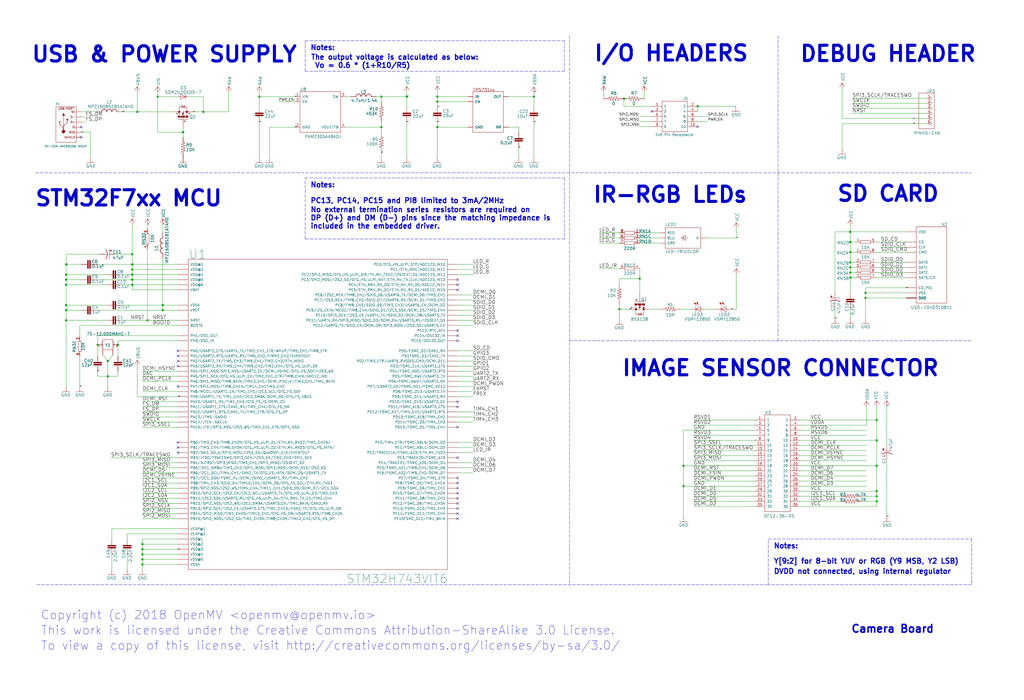
<source format=kicad_sch>
(kicad_sch (version 20211123) (generator eeschema)
  (paper "User" 511.505 349.707)
  (title_block (title "PyCubed Mini") (date "2022-03-06") (rev "04") (company "REx Lab Carnegie Mellon University") (comment 1 "Z.Manchester") (comment 2 "N.Khera") (comment 3 "M.Holliday"))
  (lib_symbols
    (symbol "CAP_POL1206_1" (pin_names (offset 1.016))
      (property "Reference" "C" (at 1.016 0.635 0))
      (property "Value" "CAP_POL1206_1" (at 1.016 -4.191 0))
      (symbol "CAP_POL1206_1_1_0"
        (pin passive line (at 0 2.54 270) (length 2.54) (name "+") (number "A"))
        (pin passive line (at 0 -5.08 90) (length 2.54) (name "-") (number "C"))
      )
    )
    (symbol "CAP_POL1206_2" (pin_names (offset 1.016))
      (property "Reference" "C" (at 1.016 0.635 0))
      (property "Value" "CAP_POL1206_2" (at 1.016 -4.191 0))
      (symbol "CAP_POL1206_2_1_0"
        (pin passive line (at 0 2.54 270) (length 2.54) (name "+") (number "A"))
        (pin passive line (at 0 -5.08 90) (length 2.54) (name "-") (number "C"))
      )
    )
    (symbol "base-eagle-import:4R-NEXBV8V" (pin_names (offset 1.016))
      (property "Reference" "RN" (at -5.08 -3.048 0))
      (property "Value" "4R-NEXBV8V" (at 2.54 -3.048 0))
      (symbol "4R-NEXBV8V_1_0"
        (pin passive line (at -5.08 0 0) (length 2.54) (name "1") (number "1"))
        (pin passive line (at 5.08 0 180) (length 2.54) (name "2") (number "8"))
      )
      (symbol "4R-NEXBV8V_2_0"
        (pin passive line (at -5.08 0 0) (length 2.54) (name "1") (number "2"))
        (pin passive line (at 5.08 0 180) (length 2.54) (name "2") (number "7"))
      )
      (symbol "4R-NEXBV8V_3_0"
        (pin passive line (at -5.08 0 0) (length 2.54) (name "1") (number "3"))
        (pin passive line (at 5.08 0 180) (length 2.54) (name "2") (number "6"))
      )
      (symbol "4R-NEXBV8V_4_0"
        (pin passive line (at -5.08 0 0) (length 2.54) (name "1") (number "4"))
        (pin passive line (at 5.08 0 180) (length 2.54) (name "2") (number "5"))
      )
    )
    (symbol "base-eagle-import:CAP0603-CAP" (pin_names (offset 1.016))
      (property "Reference" "C" (at 1.524 2.921 0))
      (property "Value" "CAP0603-CAP" (at 1.524 -2.159 0))
      (symbol "CAP0603-CAP_1_0"
        (pin passive line (at 0 5.08 270) (length 2.54) (name "1") (number "1"))
        (pin passive line (at 0 -2.54 90) (length 2.54) (name "2") (number "2"))
      )
    )
    (symbol "base-eagle-import:CAP0805" (pin_names (offset 1.016))
      (property "Reference" "C" (at 1.524 2.921 0))
      (property "Value" "CAP0805" (at 1.524 -2.159 0))
      (symbol "CAP0805_1_0"
        (pin passive line (at 0 5.08 270) (length 2.54) (name "1") (number "1"))
        (pin passive line (at 0 -2.54 90) (length 2.54) (name "2") (number "2"))
      )
    )
    (symbol "base-eagle-import:CAP_POL1206" (pin_names (offset 1.016))
      (property "Reference" "C" (at 1.016 0.635 0))
      (property "Value" "CAP_POL1206" (at 1.016 -4.191 0))
      (symbol "CAP_POL1206_1_0"
        (pin passive line (at 0 2.54 270) (length 2.54) (name "+") (number "A"))
        (pin passive line (at 0 -5.08 90) (length 2.54) (name "-") (number "C"))
      )
    )
    (symbol "base-eagle-import:CRYSTAL2.5X2.0" (pin_names (offset 1.016))
      (property "Reference" "Y" (at 5.08 1.016 0))
      (property "Value" "CRYSTAL2.5X2.0" (at 5.08 -2.54 0))
      (symbol "CRYSTAL2.5X2.0_1_0"
        (text "1" (at -4.699 -1.143 0) (effects (font (size 0.7112 0.7112)) (justify left bottom)))
        (text "2" (at 4.064 -1.143 0) (effects (font (size 0.7112 0.7112)) (justify left bottom)))
        (pin passive line (at 5.08 0 180) (length 2.54) (name "1") (number "1"))
        (pin power_in line (at -2.54 -5.08 90) (length 2.54) (name "P$1") (number "2"))
        (pin passive line (at -5.08 0 0) (length 2.54) (name "2") (number "3"))
        (pin power_in line (at 2.54 -5.08 90) (length 2.54) (name "P$2") (number "4"))
      )
    )
    (symbol "base-eagle-import:DF12-36-DS" (pin_names (offset 1.016))
      (property "Value" "DF12-36-DS" (at -7.62 -25.4 0))
      (symbol "DF12-36-DS_1_0"
        (pin bidirectional line (at -12.7 22.86 0) (length 5.08) (name "1") (number "1"))
        (pin bidirectional line (at 10.16 12.7 180) (length 5.08) (name "10") (number "10"))
        (pin bidirectional line (at -12.7 10.16 0) (length 5.08) (name "11") (number "11"))
        (pin bidirectional line (at 10.16 10.16 180) (length 5.08) (name "12") (number "12"))
        (pin bidirectional line (at -12.7 7.62 0) (length 5.08) (name "13") (number "13"))
        (pin bidirectional line (at 10.16 7.62 180) (length 5.08) (name "14") (number "14"))
        (pin bidirectional line (at -12.7 5.08 0) (length 5.08) (name "15") (number "15"))
        (pin bidirectional line (at 10.16 5.08 180) (length 5.08) (name "16") (number "16"))
        (pin bidirectional line (at -12.7 2.54 0) (length 5.08) (name "17") (number "17"))
        (pin bidirectional line (at 10.16 2.54 180) (length 5.08) (name "18") (number "18"))
        (pin bidirectional line (at -12.7 0 0) (length 5.08) (name "19") (number "19"))
        (pin bidirectional line (at 10.16 22.86 180) (length 5.08) (name "2") (number "2"))
        (pin bidirectional line (at 10.16 0 180) (length 5.08) (name "20") (number "20"))
        (pin bidirectional line (at -12.7 -2.54 0) (length 5.08) (name "21") (number "21"))
        (pin bidirectional line (at 10.16 -2.54 180) (length 5.08) (name "22") (number "22"))
        (pin bidirectional line (at -12.7 -5.08 0) (length 5.08) (name "23") (number "23"))
        (pin bidirectional line (at 10.16 -5.08 180) (length 5.08) (name "24") (number "24"))
        (pin bidirectional line (at -12.7 -7.62 0) (length 5.08) (name "25") (number "25"))
        (pin bidirectional line (at 10.16 -7.62 180) (length 5.08) (name "26") (number "26"))
        (pin bidirectional line (at -12.7 -10.16 0) (length 5.08) (name "27") (number "27"))
        (pin bidirectional line (at 10.16 -10.16 180) (length 5.08) (name "28") (number "28"))
        (pin bidirectional line (at -12.7 -12.7 0) (length 5.08) (name "29") (number "29"))
        (pin bidirectional line (at -12.7 20.32 0) (length 5.08) (name "3") (number "3"))
        (pin bidirectional line (at 10.16 -12.7 180) (length 5.08) (name "30") (number "30"))
        (pin bidirectional line (at -12.7 -15.24 0) (length 5.08) (name "31") (number "31"))
        (pin bidirectional line (at 10.16 -15.24 180) (length 5.08) (name "32") (number "32"))
        (pin bidirectional line (at -12.7 -17.78 0) (length 5.08) (name "33") (number "33"))
        (pin bidirectional line (at 10.16 -17.78 180) (length 5.08) (name "34") (number "34"))
        (pin bidirectional line (at -12.7 -20.32 0) (length 5.08) (name "35") (number "35"))
        (pin bidirectional line (at 10.16 -20.32 180) (length 5.08) (name "36") (number "36"))
        (pin bidirectional line (at 10.16 20.32 180) (length 5.08) (name "4") (number "4"))
        (pin bidirectional line (at -12.7 17.78 0) (length 5.08) (name "5") (number "5"))
        (pin bidirectional line (at 10.16 17.78 180) (length 5.08) (name "6") (number "6"))
        (pin bidirectional line (at -12.7 15.24 0) (length 5.08) (name "7") (number "7"))
        (pin bidirectional line (at 10.16 15.24 180) (length 5.08) (name "8") (number "8"))
        (pin bidirectional line (at -12.7 12.7 0) (length 5.08) (name "9") (number "9"))
      )
    )
    (symbol "base-eagle-import:DIODESOD" (pin_names (offset 1.016))
      (property "Reference" "D" (at 2.54 0.4826 0))
      (property "Value" "DIODESOD" (at 2.54 -2.3114 0))
      (symbol "DIODESOD_1_0"
        (pin passive line (at 2.54 0 180) (length 2.54) (name "C") (number "1"))
        (pin passive line (at -2.54 0 0) (length 2.54) (name "A") (number "2"))
      )
    )
    (symbol "base-eagle-import:GND" (power) (pin_names (offset 1.016))
      (property "Value" "GND" (at -2.54 -2.54 0))
      (symbol "GND_1_0"
        (pin power_in line (at 0 2.54 270) (length 2.54) (name "GND") (number "1"))
      )
    )
    (symbol "base-eagle-import:INDUCTOR0603" (pin_names (offset 1.016))
      (property "Reference" "L" (at 2.54 5.08 0))
      (property "Value" "INDUCTOR0603" (at 2.54 -5.08 0))
      (symbol "INDUCTOR0603_1_0"
        (pin passive line (at 0 5.08 270) (length 2.54) (name "1") (number "1"))
        (pin passive line (at 0 -7.62 90) (length 2.54) (name "2") (number "2"))
      )
    )
    (symbol "base-eagle-import:INDUCTOR1007" (pin_names (offset 1.016))
      (property "Reference" "L" (at 2.54 5.08 0))
      (property "Value" "INDUCTOR1007" (at 2.54 -5.08 0))
      (symbol "INDUCTOR1007_1_0"
        (pin passive line (at 0 5.08 270) (length 2.54) (name "1") (number "1"))
        (pin passive line (at 0 -7.62 90) (length 2.54) (name "2") (number "2"))
      )
    )
    (symbol "base-eagle-import:LED-TRICOLOR" (pin_names (offset 1.016))
      (property "Value" "LED-TRICOLOR" (at -7.62 -10.16 0))
      (symbol "LED-TRICOLOR_1_0"
        (pin bidirectional line (at 12.7 -2.54 180) (length 2.54) (name "A") (number "A"))
        (pin bidirectional line (at -10.16 -2.54 0) (length 2.54) (name "BLU") (number "B"))
        (pin bidirectional line (at -10.16 -5.08 0) (length 2.54) (name "GRN") (number "G"))
        (pin bidirectional line (at -10.16 0 0) (length 2.54) (name "RED") (number "R"))
      )
    )
    (symbol "base-eagle-import:LED1206" (pin_names (offset 1.016))
      (property "Reference" "LED" (at 3.556 -4.572 90))
      (property "Value" "LED1206" (at 5.715 -4.572 90))
      (symbol "LED1206_1_0"
        (pin passive line (at 0 2.54 270) (length 2.54) (name "A") (number "A"))
        (pin passive line (at 0 -5.08 90) (length 2.54) (name "C") (number "C"))
      )
    )
    (symbol "base-eagle-import:MOSFET-NCHANNELSMD" (pin_names (offset 1.016))
      (property "Reference" "Q" (at 5.08 2.54 0))
      (property "Value" "MOSFET-NCHANNELSMD" (at 5.08 0 0))
      (symbol "MOSFET-NCHANNELSMD_1_0"
        (text "D" (at -1.27 2.54 0) (effects (font (size 0.6858 0.6858)) (justify left bottom)))
        (text "G" (at -5.08 -1.27 0) (effects (font (size 0.6858 0.6858)) (justify left bottom)))
        (text "S" (at -1.27 -3.556 0) (effects (font (size 0.6858 0.6858)) (justify left bottom)))
        (pin passive line (at -7.62 0 0) (length 2.54) (name "G") (number "1"))
        (pin passive line (at 0 -5.08 90) (length 2.54) (name "S") (number "2"))
        (pin passive line (at 0 5.08 270) (length 2.54) (name "D") (number "3"))
      )
    )
    (symbol "base-eagle-import:MOSFET-PCHANNELSMD" (pin_names (offset 1.016))
      (property "Reference" "Q" (at 5.08 2.54 0))
      (property "Value" "MOSFET-PCHANNELSMD" (at 5.08 0 0))
      (symbol "MOSFET-PCHANNELSMD_1_0"
        (text "D" (at -1.27 2.54 0) (effects (font (size 0.6858 0.6858)) (justify left bottom)))
        (text "G" (at -5.08 -1.27 0) (effects (font (size 0.6858 0.6858)) (justify left bottom)))
        (text "S" (at -1.27 -3.556 0) (effects (font (size 0.6858 0.6858)) (justify left bottom)))
        (pin passive line (at -7.62 0 0) (length 2.54) (name "G") (number "1"))
        (pin passive line (at 0 -5.08 90) (length 2.54) (name "S") (number "2"))
        (pin passive line (at 0 5.08 270) (length 2.54) (name "D") (number "3"))
      )
    )
    (symbol "base-eagle-import:PAM2305AAB330" (pin_names (offset 1.016))
      (property "Value" "PAM2305AAB330" (at 3.81 -12.7 0))
      (symbol "PAM2305AAB330_1_0"
        (pin power_in line (at -12.7 7.62 0) (length 2.54) (name "VIN") (number "1"))
        (pin power_in line (at -12.7 -7.62 0) (length 2.54) (name "GND") (number "2"))
        (pin input line (at -12.7 5.08 0) (length 2.54) (name "EN") (number "3"))
        (pin passive line (at 12.7 -7.62 180) (length 2.54) (name "VOUT/FB") (number "4"))
        (pin power_in line (at 12.7 7.62 180) (length 2.54) (name "SW") (number "5"))
      )
    )
    (symbol "base-eagle-import:PINHD-1X6" (pin_names (offset 1.016))
      (property "Reference" "JP" (at -6.35 10.795 0))
      (property "Value" "PINHD-1X6" (at -6.35 -10.16 0))
      (symbol "PINHD-1X6_1_0"
        (pin passive inverted (at -2.54 7.62 0) (length 2.54) (name "1") (number "1"))
        (pin passive inverted (at -2.54 5.08 0) (length 2.54) (name "2") (number "2"))
        (pin passive inverted (at -2.54 2.54 0) (length 2.54) (name "3") (number "3"))
        (pin passive inverted (at -2.54 0 0) (length 2.54) (name "4") (number "4"))
        (pin passive inverted (at -2.54 -2.54 0) (length 2.54) (name "5") (number "5"))
        (pin passive inverted (at -2.54 -5.08 0) (length 2.54) (name "6") (number "6"))
      )
    )
    (symbol "base-eagle-import:RAW" (power) (pin_names (offset 1.016))
      (property "Value" "RAW" (at -2.54 -2.54 90))
      (symbol "RAW_1_0"
        (pin power_in line (at 0 0 90) (length 2.54) (name "RAW") (number "1"))
      )
    )
    (symbol "base-eagle-import:RESISTOR0603-RES" (pin_names (offset 1.016))
      (property "Reference" "R" (at -3.81 1.4986 0))
      (property "Value" "RESISTOR0603-RES" (at -3.81 -3.302 0))
      (symbol "RESISTOR0603-RES_1_0"
        (pin passive line (at -5.08 0 0) (length 2.54) (name "1") (number "1"))
        (pin passive line (at 5.08 0 180) (length 2.54) (name "2") (number "2"))
      )
    )
    (symbol "base-eagle-import:STM32F746LQFP100" (pin_names (offset 1.016))
      (property "Value" "STM32F746LQFP100" (at 45.72 -81.28 0))
      (symbol "STM32F746LQFP100_1_0"
        (pin bidirectional line (at 73.66 -20.32 180) (length 5.08) (name "PE2/TRACECLK/FSMC_A23/ETH_MII_TXD3") (number "1"))
        (pin power_in line (at -66.04 -63.5 0) (length 5.08) (name "VSS@1") (number "10"))
        (pin power_in line (at -66.04 63.5 0) (length 5.08) (name "VDD@6") (number "100"))
        (pin power_in line (at -66.04 73.66 0) (length 5.08) (name "VDD@1") (number "11"))
        (pin bidirectional line (at -66.04 35.56 0) (length 5.08) (name "PH0/OSC_IN") (number "12"))
        (pin bidirectional line (at -66.04 38.1 0) (length 5.08) (name "PH1/OSC_OUT") (number "13"))
        (pin bidirectional line (at -66.04 45.72 0) (length 5.08) (name "NRST") (number "14"))
        (pin bidirectional line (at 73.66 73.66 180) (length 5.08) (name "PC0/OTG_HS_ULPI_STP/ADC123_IN10") (number "15"))
        (pin bidirectional line (at 73.66 71.12 180) (length 5.08) (name "PC1/ETH_MDC/ADC123_IN11") (number "16"))
        (pin bidirectional line (at 73.66 68.58 180) (length 5.08) (name "PC2/SPI2_MISO/OTG_HS_ULPI_DIR/TH_MII_TXD2/I2S2EXT_SD/ADC123_IN12") (number "17"))
        (pin bidirectional line (at 73.66 66.04 180) (length 5.08) (name "PC3/SPI2_MOSI/I2S2_SD/OTG_HS_ULPI_NXT/ETH_MII_TX_CLK/ADC123_IN13") (number "18"))
        (pin power_in line (at -66.04 -76.2 0) (length 5.08) (name "VSSA") (number "19"))
        (pin bidirectional line (at 73.66 -22.86 180) (length 5.08) (name "PE3/TRACED0/FSMC_A19") (number "2"))
        (pin power_in line (at -66.04 50.8 0) (length 5.08) (name "VREF") (number "20"))
        (pin power_in line (at -66.04 53.34 0) (length 5.08) (name "VDDA") (number "21"))
        (pin bidirectional line (at -66.04 30.48 0) (length 5.08) (name "PA0/USART2_CTS/UART4_TX/TIM2_CH1_ETR/WKUP/TIM5_CH1/TIM8_ETR") (number "22"))
        (pin bidirectional line (at -66.04 27.94 0) (length 5.08) (name "PA1/USART2_RTS/UART4_RX/TIM5_CH2/TIMM2_CH2/EVENTOUT") (number "23"))
        (pin bidirectional line (at -66.04 25.4 0) (length 5.08) (name "PA2/USART2_TX/TIM5_CH3/TIM9_CH1/TIM2_CH3/ETH_MDIO") (number "24"))
        (pin bidirectional line (at -66.04 22.86 0) (length 5.08) (name "PA3/USART2_RX/TIM5_CH4/TIM9_CH2/TIM2_CH4/OTG_HS_ULPI_D0") (number "25"))
        (pin power_in line (at -66.04 -66.04 0) (length 5.08) (name "VSS@2") (number "26"))
        (pin power_in line (at -66.04 71.12 0) (length 5.08) (name "VDD@2") (number "27"))
        (pin bidirectional line (at -66.04 20.32 0) (length 5.08) (name "PA4/SPI1_NSS/SPI3_NSS/USART2_CK/DCMI_HSYNC/OTG_HS_SOF/I2S3_WS") (number "28"))
        (pin bidirectional line (at -66.04 17.78 0) (length 5.08) (name "PA5/SPI1_SCK/OTG_HS_ULPI_CK/TIM2_CH1_ETR/TIM8_CHIN/ADC12_IN5") (number "29"))
        (pin bidirectional line (at 73.66 -25.4 180) (length 5.08) (name "PE4/TRACED1/FSMC_A20/DCMI_D4") (number "3"))
        (pin bidirectional line (at -66.04 15.24 0) (length 5.08) (name "PA6/SPI1_MISO/TIM8_BKIN/TIM13_CH1/DCMI_PIXCLK/TIM3_CH1/TIM1_BKIN") (number "30"))
        (pin bidirectional line (at -66.04 12.7 0) (length 5.08) (name "PA7/SPI1_MOSI/TIM8_CH1N/TIM14_CH1TIM3_CH2") (number "31"))
        (pin bidirectional line (at 73.66 63.5 180) (length 5.08) (name "PC4/ETH_RMII_RX_D0/ETH_MII_RX_D0/ADC12_IN14") (number "32"))
        (pin bidirectional line (at 73.66 60.96 180) (length 5.08) (name "PC5/ETH_RMII_RX_D1/ETH_MII_RX_D1/ADC12_IN15") (number "33"))
        (pin bidirectional line (at -66.04 -15.24 0) (length 5.08) (name "PB0/TIM3_CH3/TIM8_CH2N/OTG_HS_ULPI_D1/ETH_MII_RXD2/TIM1_CH2N/") (number "34"))
        (pin bidirectional line (at -66.04 -17.78 0) (length 5.08) (name "PB1/TIM3_CH4/TIM8_CH3N/OTG_HS_ULPI_D2/ETH_MII_RXD3/OTG_HS_INTN/") (number "35"))
        (pin bidirectional line (at -66.04 -20.32 0) (length 5.08) (name "PB2/SAI1_SD_A/SPI3_MOSI/I2S3_SD/QUADSPI_CLK/EVENTOUT") (number "36"))
        (pin bidirectional line (at 73.66 -33.02 180) (length 5.08) (name "PE7/FSMC_D4/TIM1_ETR") (number "37"))
        (pin bidirectional line (at 73.66 -35.56 180) (length 5.08) (name "PE8/FSMC_D5/TIM1_CH1N") (number "38"))
        (pin bidirectional line (at 73.66 -38.1 180) (length 5.08) (name "PE9/FSMC_D6/TIM1_CH1") (number "39"))
        (pin bidirectional line (at 73.66 -27.94 180) (length 5.08) (name "PE5/FSMC_A21/TIM9_CH1/DCMI_D6") (number "4"))
        (pin bidirectional line (at 73.66 -40.64 180) (length 5.08) (name "PE10/FSMC_D7/TIM1_CH2N") (number "40"))
        (pin bidirectional line (at 73.66 -43.18 180) (length 5.08) (name "PE11/FSMC_D8/TIM1_CH2") (number "41"))
        (pin bidirectional line (at 73.66 -45.72 180) (length 5.08) (name "PE12/FSMC_D9/TIM1_CH3N") (number "42"))
        (pin bidirectional line (at 73.66 -48.26 180) (length 5.08) (name "PE13/FSMC_D10/TIM1_CH3") (number "43"))
        (pin bidirectional line (at 73.66 -50.8 180) (length 5.08) (name "PE14/FSMC_D11/TIM1_CH4") (number "44"))
        (pin bidirectional line (at 73.66 -53.34 180) (length 5.08) (name "PE15FSMC_D12/TIM1_BKIN") (number "45"))
        (pin bidirectional line (at -66.04 -40.64 0) (length 5.08) (name "PB10/SPI2_SCK/I2S2_CK/I2C2_SCL/USART3_TX/OTG_HS_ULPI_D3/TIM2_CH3") (number "46"))
        (pin bidirectional line (at -66.04 -43.18 0) (length 5.08) (name "PB11/I2C2_SDA/USART3_RX/OTG_HS_ULPI_D4/ETH_RMII_TX_EN/TIM2_CH4") (number "47"))
        (pin power_in line (at -66.04 -58.42 0) (length 5.08) (name "VCAP@1") (number "48"))
        (pin power_in line (at -66.04 -73.66 0) (length 5.08) (name "VSS@5") (number "49"))
        (pin bidirectional line (at 73.66 -30.48 180) (length 5.08) (name "PE6/FSMC_A22/TIM9_CH2/DCMI_D7") (number "5"))
        (pin power_in line (at -66.04 68.58 0) (length 5.08) (name "VDD@4") (number "50"))
        (pin bidirectional line (at -66.04 -45.72 0) (length 5.08) (name "PB12/SPI2_NSS/I2S2_WS/I2C2_SMBA/USART3_CK/TIM1_BKIN/CAN2_RX") (number "51"))
        (pin bidirectional line (at -66.04 -48.26 0) (length 5.08) (name "PB13/SPI2_SCK/I2S2_CK/USART3_CTS/TIM1_CH1N/CAN2_TX/OTG_HS_ULPI_D6") (number "52"))
        (pin bidirectional line (at -66.04 -50.8 0) (length 5.08) (name "PB14/SPI2_MISO/TIM1_CH2N/TIM12_CH1/OTG_HS_DM/USART3_RTS/TIM8_CH2N") (number "53"))
        (pin bidirectional line (at -66.04 -53.34 0) (length 5.08) (name "PB15/SPI2_MOSI/I2S2_SD/TIM1_CH3N/TIM8_CH3N/TIM12_CH2/OTG_HS_DP") (number "54"))
        (pin bidirectional line (at 73.66 10.16 180) (length 5.08) (name "PD8/FSMC_D13/USART3_TX") (number "55"))
        (pin bidirectional line (at 73.66 7.62 180) (length 5.08) (name "PD9/FSMC_D14/USART3_RX") (number "56"))
        (pin bidirectional line (at 73.66 5.08 180) (length 5.08) (name "PD10/FSMC_D15/USART3_CK") (number "57"))
        (pin bidirectional line (at 73.66 2.54 180) (length 5.08) (name "PD11/FSMC_A16/USART3_CTS") (number "58"))
        (pin bidirectional line (at 73.66 0 180) (length 5.08) (name "PD12/FSMC_A17/TIM4_CH1/USART3_RTS") (number "59"))
        (pin power_in line (at -66.04 60.96 0) (length 5.08) (name "VBAT") (number "6"))
        (pin bidirectional line (at 73.66 -2.54 180) (length 5.08) (name "PD13/FSMC_A18/TIM4_CH2") (number "60"))
        (pin bidirectional line (at 73.66 -5.08 180) (length 5.08) (name "PD14/FSMC_D0/TIM4_CH3") (number "61"))
        (pin bidirectional line (at 73.66 -7.62 180) (length 5.08) (name "PD15/FSMC_D1/TIM4_CH4") (number "62"))
        (pin bidirectional line (at 73.66 58.42 180) (length 5.08) (name "PC6/I2S2_MCK/TIM8_CH1/SDIO_D6/USART6_TX/DCMI_D0/TIM3_CH1") (number "63"))
        (pin bidirectional line (at 73.66 55.88 180) (length 5.08) (name "PC7/I2S3_MCK/TIM8_CH2/SDIO_D7/USART6_RX/DCMI_D1/TIM3_CH2") (number "64"))
        (pin bidirectional line (at 73.66 53.34 180) (length 5.08) (name "PC8/TIM8_CH3/SDIO_D0/TIM3_CH3/USART6_CK/DCMI_D2") (number "65"))
        (pin bidirectional line (at 73.66 50.8 180) (length 5.08) (name "PC9/I2S_CKIN/MCO2/TIM8_CH4/SDIO_D1/I2C3_SDA/DCMI_D3/TIM3_CH4") (number "66"))
        (pin bidirectional line (at -66.04 10.16 0) (length 5.08) (name "PA8/MCO1/USART1_CK/TIM1_CH1/I2C3_SCL/OTG_FS_SOF") (number "67"))
        (pin bidirectional line (at -66.04 7.62 0) (length 5.08) (name "PA9/USART1_TX/TIM1_CH2/I2C3_SMBA/DCMI_D0/OTG_FS_VBUS") (number "68"))
        (pin bidirectional line (at -66.04 5.08 0) (length 5.08) (name "PA10/USART1_RX/TIM1_CH3/OTG_FS_ID/DCMI_D1") (number "69"))
        (pin bidirectional line (at 73.66 40.64 180) (length 5.08) (name "PC13/RTC_AF1") (number "7"))
        (pin bidirectional line (at -66.04 2.54 0) (length 5.08) (name "PA11/USART1_CTS/CAN1_RX/TIM1_CH4/OTG_FS_DM") (number "70"))
        (pin bidirectional line (at -66.04 0 0) (length 5.08) (name "PA12/USART1_RTS/CAN1_TX/TIM1_ETR/OTG_FS_DP") (number "71"))
        (pin bidirectional line (at -66.04 -2.54 0) (length 5.08) (name "PA13/JTMS-SWDIO") (number "72"))
        (pin power_in line (at -66.04 -60.96 0) (length 5.08) (name "VCAP@2") (number "73"))
        (pin power_in line (at -66.04 -68.58 0) (length 5.08) (name "VSS@3") (number "74"))
        (pin power_in line (at -66.04 66.04 0) (length 5.08) (name "VDD@5") (number "75"))
        (pin bidirectional line (at -66.04 -5.08 0) (length 5.08) (name "PA14/JTCK-SWCLK") (number "76"))
        (pin bidirectional line (at -66.04 -7.62 0) (length 5.08) (name "PA15/JTDI/SPI3_NSS/I2S3_WS/TIM2_CH1_ETR/SPI1_NSS") (number "77"))
        (pin bidirectional line (at 73.66 48.26 180) (length 5.08) (name "PC10/SPI3_SCK/I2S3_CK/UART4_TX/SDIO_D2/DCMI_D8/USART3_TX") (number "78"))
        (pin bidirectional line (at 73.66 45.72 180) (length 5.08) (name "PC11/UART4_RX/SPI3_MISO/SDIO_D3/DCMI_D4/USART3_RX/I2S3EXT_SD") (number "79"))
        (pin bidirectional line (at 73.66 38.1 180) (length 5.08) (name "PC14/OSC32_IN") (number "8"))
        (pin bidirectional line (at 73.66 43.18 180) (length 5.08) (name "PC12/UART5_TX/SDIO_CK/DCMI_D9/SPI3_MOSI/I2S3_SD/USART3_CK") (number "80"))
        (pin bidirectional line (at 73.66 30.48 180) (length 5.08) (name "PD0/FSMC_D2/CAN1_RX") (number "81"))
        (pin bidirectional line (at 73.66 27.94 180) (length 5.08) (name "PD1FSMC_D3/CAN1_TX") (number "82"))
        (pin bidirectional line (at 73.66 25.4 180) (length 5.08) (name "PD2/TIM3_ETR/UART5_RXSDIO_CMD/DCMI_D11") (number "83"))
        (pin bidirectional line (at 73.66 22.86 180) (length 5.08) (name "PD3/FSMC_CLK/USART2_CTS") (number "84"))
        (pin bidirectional line (at 73.66 20.32 180) (length 5.08) (name "PD4/FSMC_NOE/USART2_RTS") (number "85"))
        (pin bidirectional line (at 73.66 17.78 180) (length 5.08) (name "PD5/FSMC_NWE/USART2_TX") (number "86"))
        (pin bidirectional line (at 73.66 15.24 180) (length 5.08) (name "PD6/FSMC_NWAIT/USART2_RX") (number "87"))
        (pin bidirectional line (at 73.66 12.7 180) (length 5.08) (name "PD7/USART2_CK/FSMC_NE1/FSMC_NCE2") (number "88"))
        (pin bidirectional line (at -66.04 -22.86 0) (length 5.08) (name "PB3/JTDO/TRACESWO/SPI3_SCK/I2S3_CK/TIM2_CH2/SPI1_SCK") (number "89"))
        (pin bidirectional line (at 73.66 35.56 180) (length 5.08) (name "PC15/OSC32_OUT") (number "9"))
        (pin bidirectional line (at -66.04 -25.4 0) (length 5.08) (name "PB4/NJTRST/SPI3_MISO/TIM3_CH1/SPI1_MISO/I2S3EXT_SD") (number "90"))
        (pin bidirectional line (at -66.04 -27.94 0) (length 5.08) (name "PB5/I2C1_SMBA/TIM3_CH2/SPI1_MOSI/SPI3_MOSI/DCMI_D10/I2S3_SD") (number "91"))
        (pin bidirectional line (at -66.04 -30.48 0) (length 5.08) (name "PB6/I2C1_SCL/TIM4_CH1/CAN2_TX/OTG_FS_INTN/DCMI_D5/USART1_TX") (number "92"))
        (pin bidirectional line (at -66.04 -33.02 0) (length 5.08) (name "PB7/I2C1_SDA/FSMC_NL/DCMI_VSYNC/USART1_RX/TIM4_CH2") (number "93"))
        (pin bidirectional line (at -66.04 43.18 0) (length 5.08) (name "BOOT0") (number "94"))
        (pin bidirectional line (at -66.04 -35.56 0) (length 5.08) (name "PB8/TIM4_CH3/SDIO_D4/TIM10_CH1/DCMI_D6/OTG_FS_SCL/ETH_MII_TXD3") (number "95"))
        (pin bidirectional line (at -66.04 -38.1 0) (length 5.08) (name "PB9/SPI2_NSS/I2S2_WS/TIM4_CH4/TIM11_CH1/SDIO_D5/DCMI_D7/I2C1_SDA") (number "96"))
        (pin bidirectional line (at 73.66 -15.24 180) (length 5.08) (name "PE0/TIM4_ETR/FSMC_NBL0/DCMI_D2") (number "97"))
        (pin bidirectional line (at 73.66 -17.78 180) (length 5.08) (name "PE1/FSMC_NBL1/DCMI_D3") (number "98"))
        (pin power_in line (at -66.04 -71.12 0) (length 5.08) (name "VSS@4") (number "99"))
      )
    )
    (symbol "base-eagle-import:TPS731XX" (pin_names (offset 1.016))
      (symbol "TPS731XX_1_0"
        (text "TPS731xx" (at -7.62 10.16 0) (effects (font (size 1.4986 1.4986)) (justify left bottom)))
        (pin input line (at -10.16 7.62 0) (length 2.54) (name "IN") (number "1"))
        (pin input line (at -10.16 -7.62 0) (length 2.54) (name "GND") (number "2"))
        (pin input line (at -10.16 5.08 0) (length 2.54) (name "EN") (number "3"))
        (pin passive line (at 10.16 -7.62 180) (length 2.54) (name "NR") (number "4"))
        (pin output line (at 10.16 7.62 180) (length 2.54) (name "OUT") (number "5"))
      )
    )
    (symbol "base-eagle-import:USB_MICRO_RIGHT" (pin_names (offset 1.016))
      (property "Reference" "J" (at -5.08 12.7 0))
      (property "Value" "USB_MICRO_RIGHT" (at -5.08 10.16 0))
      (symbol "USB_MICRO_RIGHT_1_0"
        (text "5V" (at 4.572 5.08 0) (effects (font (size 1.016 1.016)) (justify right)))
        (text "D+" (at 4.572 0 0) (effects (font (size 1.016 1.016)) (justify right)))
        (text "D-" (at 4.572 2.54 0) (effects (font (size 1.016 1.016)) (justify right)))
        (text "GND" (at 4.572 -5.08 0) (effects (font (size 1.016 1.016)) (justify right)))
        (text "ID" (at 4.572 -2.54 0) (effects (font (size 1.016 1.016)) (justify right)))
        (text "SHIELD" (at 4.572 -7.62 0) (effects (font (size 1.016 1.016)) (justify right)))
        (text "USB PORT" (at 0 6.096 0) (effects (font (size 1.016 1.016)) (justify bottom)))
        (pin power_in line (at 7.62 5.08 180) (length 2.54) (name "5V") (number "1"))
        (pin bidirectional line (at 7.62 2.54 180) (length 2.54) (name "D-") (number "2"))
        (pin bidirectional line (at 7.62 0 180) (length 2.54) (name "D+") (number "3"))
        (pin bidirectional line (at 7.62 -2.54 180) (length 2.54) (name "ID") (number "4"))
        (pin power_in line (at 7.62 -5.08 180) (length 2.54) (name "GND") (number "5"))
        (pin passive line (at 7.62 -7.62 180) (length 2.54) (name "SLD") (number "S1"))
        (pin passive line (at 7.62 -7.62 180) (length 2.54) (name "SLD") (number "S2"))
        (pin passive line (at 7.62 -7.62 180) (length 2.54) (name "SLD") (number "S3"))
        (pin passive line (at 7.62 -7.62 180) (length 2.54) (name "SLD") (number "S4"))
        (pin passive line (at 7.62 -7.62 180) (length 2.54) (name "SLD") (number "S5"))
        (pin passive line (at 7.62 -7.62 180) (length 2.54) (name "SLD") (number "S6"))
      )
    )
    (symbol "base-eagle-import:USD-1040310811" (pin_names (offset 1.016))
      (property "Value" "USD-1040310811" (at 0 -20.32 0))
      (symbol "USD-1040310811_1_0"
        (pin power_in line (at -12.7 12.7 0) (length 5.08) (name "CD") (number "CD$1"))
        (pin power_in line (at -12.7 -10.16 0) (length 5.08) (name "CD_POL") (number "CD$2"))
        (pin power_in line (at -12.7 -15.24 0) (length 5.08) (name "SHD") (number "G$1"))
        (pin power_in line (at -12.7 -15.24 0) (length 5.08) (name "SHD") (number "G$2"))
        (pin power_in line (at -12.7 -15.24 0) (length 5.08) (name "SHD") (number "G$3"))
        (pin power_in line (at -12.7 -15.24 0) (length 5.08) (name "SHD") (number "G$4"))
        (pin bidirectional line (at -12.7 -2.54 0) (length 5.08) (name "DAT2") (number "P$1"))
        (pin bidirectional line (at -12.7 -5.08 0) (length 5.08) (name "DAT3/CD") (number "P$2"))
        (pin bidirectional line (at -12.7 7.62 0) (length 5.08) (name "CMD") (number "P$3"))
        (pin power_in line (at -12.7 17.78 0) (length 5.08) (name "VDD") (number "P$4"))
        (pin bidirectional line (at -12.7 10.16 0) (length 5.08) (name "CLK") (number "P$5"))
        (pin power_in line (at -12.7 -12.7 0) (length 5.08) (name "VSS") (number "P$6"))
        (pin bidirectional line (at -12.7 2.54 0) (length 5.08) (name "DAT0") (number "P$7"))
        (pin bidirectional line (at -12.7 0 0) (length 5.08) (name "DAT1") (number "P$8"))
      )
    )
    (symbol "base-eagle-import:VBUS" (power) (pin_names (offset 1.016))
      (property "Value" "VBUS" (at -2.54 -2.54 90))
      (symbol "VBUS_1_0"
        (pin power_in line (at 0 0 90) (length 2.54) (name "VBUS") (number "1"))
      )
    )
    (symbol "base-eagle-import:VCC" (power) (pin_names (offset 1.016))
      (property "Value" "VCC" (at -2.54 -2.54 90))
      (symbol "VCC_1_0"
        (pin power_in line (at 0 -2.54 90) (length 2.54) (name "VCC") (number "1"))
      )
    )
    (symbol "base-eagle-import:VDDA" (power) (pin_names (offset 1.016))
      (property "Value" "VDDA" (at -2.54 0 90))
      (symbol "VDDA_1_0"
        (pin power_in line (at 0 0 90) (length 2.54) (name "VDDA") (number "1"))
      )
    )
    (symbol "base-eagle-import:VIN" (power) (pin_names (offset 1.016))
      (property "Value" "VIN" (at -2.54 -2.54 90))
      (symbol "VIN_1_0"
        (pin power_in line (at 0 0 90) (length 2.54) (name "VIN") (number "1"))
      )
    )
    (symbol "base-rescue:XF2M-1015-1A-XF2M-1015-1A" (pin_names (offset 0.762))
      (property "Reference" "J" (at 19.05 7.62 0))
      (property "Value" "XF2M-1015-1A-XF2M-1015-1A" (at 19.05 5.08 0))
      (symbol "XF2M-1015-1A-XF2M-1015-1A_0_0"
        (pin unspecified line (at 0 0 0) (length 5.08) (name "1") (number "1"))
        (pin unspecified line (at 22.86 -10.16 180) (length 5.08) (name "10") (number "10"))
        (pin unspecified line (at 22.86 0 180) (length 5.08) (name "2") (number "2"))
        (pin unspecified line (at 0 -2.54 0) (length 5.08) (name "3") (number "3"))
        (pin unspecified line (at 22.86 -2.54 180) (length 5.08) (name "4") (number "4"))
        (pin unspecified line (at 0 -5.08 0) (length 5.08) (name "5") (number "5"))
        (pin unspecified line (at 22.86 -5.08 180) (length 5.08) (name "6") (number "6"))
        (pin unspecified line (at 0 -7.62 0) (length 5.08) (name "7") (number "7"))
        (pin unspecified line (at 22.86 -7.62 180) (length 5.08) (name "8") (number "8"))
        (pin unspecified line (at 0 -10.16 0) (length 5.08) (name "9") (number "9"))
      )
    )
  )
  (junction (at 66.04 127))
  (junction (at 66.04 132.08))
  (junction (at 48.768 172.212))
  (junction (at 53.848 187.96))
  (junction (at 33.02 160.02))
  (junction (at 424.688 131.064))
  (junction (at 190.5 48.26))
  (junction (at 71.12 279.4))
  (junction (at 33.02 139.7))
  (junction (at 218.44 48.26))
  (junction (at 437.896 232.664))
  (junction (at 218.44 63.5))
  (junction (at 91.44 66.04))
  (junction (at 66.04 137.16))
  (junction (at 437.896 245.364))
  (junction (at 432.308 146.304))
  (junction (at 341.376 232.664))
  (junction (at 33.02 154.94))
  (junction (at 437.896 209.804))
  (junction (at 71.12 274.32))
  (junction (at 311.658 49.276))
  (junction (at 129.54 48.26))
  (junction (at 424.688 133.604))
  (junction (at 68.58 55.88))
  (junction (at 424.688 138.684))
  (junction (at 58.928 172.212))
  (junction (at 78.74 48.26))
  (junction (at 437.896 247.904))
  (junction (at 309.372 154.432))
  (junction (at 319.532 139.192))
  (junction (at 81.28 154.94))
  (junction (at 33.02 132.08))
  (junction (at 33.02 142.24))
  (junction (at 437.896 250.444))
  (junction (at 424.688 115.824))
  (junction (at 81.28 152.4))
  (junction (at 190.5 63.5))
  (junction (at 432.308 148.844))
  (junction (at 33.02 137.16))
  (junction (at 33.02 152.4))
  (junction (at 71.12 271.78))
  (junction (at 424.688 125.984))
  (junction (at 66.04 142.24))
  (junction (at 424.688 136.144))
  (junction (at 66.04 139.7))
  (junction (at 73.66 160.02))
  (junction (at 71.12 281.94))
  (junction (at 341.376 242.824))
  (junction (at 348.488 53.086))
  (junction (at 53.848 180.34))
  (junction (at 203.2 48.26))
  (junction (at 437.896 219.964))
  (junction (at 71.12 276.86))
  (junction (at 218.44 50.8))
  (junction (at 66.04 134.62))
  (junction (at 266.7 48.26))
  (junction (at 101.6 55.88))
  (junction (at 424.688 120.904))
  (no_connect (at 88.9 226.06))
  (no_connect (at 88.9 223.52))
  (no_connect (at 88.9 220.98))
  (no_connect (at 228.6 167.64))
  (no_connect (at 228.6 170.18))
  (no_connect (at 228.6 165.1))
  (no_connect (at 325.628 55.626))
  (no_connect (at 348.488 63.246))
  (no_connect (at 88.9 193.04))
  (no_connect (at 88.9 182.88))
  (no_connect (at 88.9 180.34))
  (no_connect (at 88.9 177.8))
  (no_connect (at 88.9 175.26))
  (no_connect (at 228.6 203.2))
  (no_connect (at 228.6 200.66))
  (no_connect (at 228.6 246.38))
  (no_connect (at 228.6 248.92))
  (no_connect (at 228.6 251.46))
  (no_connect (at 228.6 254))
  (no_connect (at 228.6 256.54))
  (no_connect (at 228.6 259.08))
  (no_connect (at 228.6 228.6))
  (no_connect (at 228.6 238.76))
  (no_connect (at 228.6 241.3))
  (no_connect (at 228.6 243.84))
  (no_connect (at 228.6 213.36))
  (no_connect (at 40.64 63.5))
  (no_connect (at 40.64 68.58))
  (no_connect (at 228.6 144.78))
  (no_connect (at 228.6 142.24))
  (no_connect (at 228.6 139.7))
  (wire (pts (xy 66.04 137.16) (xy 66.04 139.7)))
  (polyline (pts (xy 152.4 35.56) (xy 281.94 35.56)))
  (wire (pts (xy 190.5 76.2) (xy 190.5 78.74)))
  (wire (pts (xy 88.9 248.92) (xy 71.12 248.92)))
  (wire (pts (xy 66.04 137.16) (xy 60.96 137.16)))
  (wire (pts (xy 442.976 202.692) (xy 442.976 222.504)))
  (wire (pts (xy 40.64 139.7) (xy 33.02 139.7)))
  (wire (pts (xy 399.796 242.824) (xy 432.816 242.824)))
  (wire (pts (xy 129.54 60.96) (xy 129.54 78.74)))
  (wire (pts (xy 301.498 45.466) (xy 301.498 49.276)))
  (wire (pts (xy 55.88 264.16) (xy 55.88 269.24)))
  (wire (pts (xy 228.6 190.5) (xy 236.22 190.5)))
  (polyline (pts (xy 152.4 88.9) (xy 281.94 88.9)))
  (wire (pts (xy 88.9 132.08) (xy 66.04 132.08)))
  (wire (pts (xy 53.34 142.24) (xy 33.02 142.24)))
  (wire (pts (xy 309.372 139.192) (xy 309.372 141.732)))
  (wire (pts (xy 101.6 48.26) (xy 101.6 55.88)))
  (wire (pts (xy 96.52 55.88) (xy 101.6 55.88)))
  (wire (pts (xy 228.6 134.62) (xy 236.22 134.62)))
  (polyline (pts (xy 383.794 292.1) (xy 383.794 269.24)))
  (wire (pts (xy 88.9 208.28) (xy 71.12 208.28)))
  (wire (pts (xy 40.64 132.08) (xy 33.02 132.08)))
  (wire (pts (xy 319.532 134.112) (xy 319.532 139.192)))
  (wire (pts (xy 376.936 237.744) (xy 346.456 237.744)))
  (wire (pts (xy 66.04 134.62) (xy 66.04 137.16)))
  (wire (pts (xy 88.9 236.22) (xy 71.12 236.22)))
  (polyline (pts (xy 17.78 86.36) (xy 485.14 86.36)))
  (wire (pts (xy 376.936 214.884) (xy 341.376 214.884)))
  (wire (pts (xy 319.532 118.872) (xy 329.692 118.872)))
  (wire (pts (xy 266.7 60.96) (xy 266.7 78.74)))
  (wire (pts (xy 33.02 154.94) (xy 33.02 160.02)))
  (wire (pts (xy 187.96 48.26) (xy 190.5 48.26)))
  (wire (pts (xy 228.6 205.74) (xy 236.22 205.74)))
  (wire (pts (xy 399.796 227.584) (xy 432.816 227.584)))
  (wire (pts (xy 452.628 123.444) (xy 439.928 123.444)))
  (wire (pts (xy 88.9 185.42) (xy 71.12 185.42)))
  (wire (pts (xy 66.04 127) (xy 57.15 127)))
  (wire (pts (xy 66.04 132.08) (xy 48.26 132.08)))
  (wire (pts (xy 424.688 153.924) (xy 424.688 159.004)))
  (wire (pts (xy 424.688 125.984) (xy 424.688 131.064)))
  (wire (pts (xy 78.74 48.26) (xy 88.9 48.26)))
  (wire (pts (xy 228.6 231.14) (xy 236.22 231.14)))
  (wire (pts (xy 309.372 116.332) (xy 299.212 116.332)))
  (wire (pts (xy 88.9 279.4) (xy 71.12 279.4)))
  (wire (pts (xy 452.628 138.684) (xy 437.388 138.684)))
  (wire (pts (xy 88.9 256.54) (xy 71.12 256.54)))
  (wire (pts (xy 172.72 63.5) (xy 190.5 63.5)))
  (wire (pts (xy 228.6 233.68) (xy 236.22 233.68)))
  (wire (pts (xy 254 48.26) (xy 266.7 48.26)))
  (wire (pts (xy 325.628 60.706) (xy 319.278 60.706)))
  (polyline (pts (xy 152.4 20.32) (xy 281.94 20.32)))
  (polyline (pts (xy 152.4 119.38) (xy 152.4 88.9)))
  (wire (pts (xy 399.796 235.204) (xy 432.816 235.204)))
  (wire (pts (xy 88.9 228.6) (xy 55.372 228.6)))
  (wire (pts (xy 228.6 193.04) (xy 236.22 193.04)))
  (wire (pts (xy 228.6 154.94) (xy 236.22 154.94)))
  (wire (pts (xy 68.58 198.12) (xy 68.58 182.372)))
  (wire (pts (xy 437.896 232.664) (xy 437.896 245.364)))
  (wire (pts (xy 432.308 143.764) (xy 432.308 146.304)))
  (wire (pts (xy 228.6 208.28) (xy 236.22 208.28)))
  (wire (pts (xy 228.6 180.34) (xy 236.22 180.34)))
  (wire (pts (xy 309.372 121.412) (xy 299.212 121.412)))
  (wire (pts (xy 88.9 142.24) (xy 66.04 142.24)))
  (wire (pts (xy 228.6 195.58) (xy 236.22 195.58)))
  (wire (pts (xy 88.9 276.86) (xy 71.12 276.86)))
  (wire (pts (xy 48.768 172.212) (xy 48.768 177.8)))
  (wire (pts (xy 259.08 63.5) (xy 259.08 66.04)))
  (wire (pts (xy 218.44 63.5) (xy 218.44 78.74)))
  (polyline (pts (xy 485.394 269.24) (xy 485.394 292.1)))
  (wire (pts (xy 437.896 245.364) (xy 437.896 247.904)))
  (wire (pts (xy 218.44 60.96) (xy 218.44 63.5)))
  (wire (pts (xy 254 63.5) (xy 259.08 63.5)))
  (wire (pts (xy 53.34 152.4) (xy 33.02 152.4)))
  (wire (pts (xy 228.6 185.42) (xy 236.22 185.42)))
  (wire (pts (xy 203.2 45.72) (xy 203.2 48.26)))
  (wire (pts (xy 88.9 254) (xy 71.12 254)))
  (wire (pts (xy 66.04 127) (xy 66.04 111.76)))
  (wire (pts (xy 33.02 160.02) (xy 33.02 193.04)))
  (wire (pts (xy 376.936 250.444) (xy 346.456 250.444)))
  (polyline (pts (xy 281.94 35.56) (xy 281.94 20.32)))
  (wire (pts (xy 88.9 195.58) (xy 71.12 195.58)))
  (wire (pts (xy 88.9 190.5) (xy 71.12 190.5)))
  (wire (pts (xy 462.788 61.722) (xy 420.624 61.722)))
  (wire (pts (xy 417.068 159.004) (xy 417.068 153.924)))
  (wire (pts (xy 51.308 177.292) (xy 53.848 180.34)))
  (wire (pts (xy 376.936 247.904) (xy 346.456 247.904)))
  (wire (pts (xy 365.252 154.432) (xy 367.792 154.432)))
  (wire (pts (xy 324.612 154.432) (xy 329.692 154.432)))
  (wire (pts (xy 424.688 112.268) (xy 424.688 115.824)))
  (wire (pts (xy 452.628 115.824) (xy 424.688 115.824)))
  (polyline (pts (xy 152.4 35.56) (xy 152.4 20.32)))
  (wire (pts (xy 399.796 250.444) (xy 420.116 250.444)))
  (wire (pts (xy 68.58 45.72) (xy 68.58 55.88)))
  (wire (pts (xy 134.62 63.5) (xy 134.62 78.74)))
  (wire (pts (xy 432.816 212.344) (xy 432.816 202.946)))
  (wire (pts (xy 93.98 48.26) (xy 101.6 48.26)))
  (wire (pts (xy 101.6 55.88) (xy 114.3 55.88)))
  (wire (pts (xy 452.628 120.904) (xy 437.388 120.904)))
  (wire (pts (xy 424.688 138.684) (xy 424.688 146.304)))
  (wire (pts (xy 321.818 45.466) (xy 321.818 49.276)))
  (wire (pts (xy 203.2 60.96) (xy 203.2 78.74)))
  (wire (pts (xy 58.928 172.212) (xy 58.928 177.8)))
  (wire (pts (xy 228.6 152.4) (xy 236.22 152.4)))
  (wire (pts (xy 66.04 142.24) (xy 60.96 142.24)))
  (wire (pts (xy 452.628 146.304) (xy 432.308 146.304)))
  (wire (pts (xy 228.6 198.12) (xy 236.22 198.12)))
  (wire (pts (xy 147.32 48.26) (xy 129.54 48.26)))
  (wire (pts (xy 424.688 136.144) (xy 424.688 133.604)))
  (wire (pts (xy 427.228 138.684) (xy 424.688 138.684)))
  (wire (pts (xy 228.6 132.08) (xy 236.22 132.08)))
  (wire (pts (xy 399.796 209.804) (xy 437.896 209.804)))
  (wire (pts (xy 88.9 154.94) (xy 81.28 154.94)))
  (wire (pts (xy 311.658 49.276) (xy 311.658 53.086)))
  (wire (pts (xy 88.9 144.78) (xy 66.04 144.78)))
  (wire (pts (xy 376.936 252.984) (xy 346.456 252.984)))
  (wire (pts (xy 88.9 134.62) (xy 66.04 134.62)))
  (wire (pts (xy 60.96 55.88) (xy 68.58 55.88)))
  (wire (pts (xy 437.896 219.964) (xy 437.896 232.664)))
  (wire (pts (xy 424.688 115.824) (xy 424.688 120.904)))
  (wire (pts (xy 233.68 48.26) (xy 218.44 48.26)))
  (wire (pts (xy 91.44 66.04) (xy 91.44 63.5)))
  (wire (pts (xy 88.9 266.7) (xy 63.5 266.7)))
  (wire (pts (xy 437.896 219.964) (xy 399.796 219.964)))
  (wire (pts (xy 139.192 50.8) (xy 147.32 50.8)))
  (wire (pts (xy 452.628 131.064) (xy 437.388 131.064)))
  (wire (pts (xy 45.212 66.04) (xy 40.64 66.04)))
  (wire (pts (xy 88.9 251.46) (xy 71.12 251.46)))
  (wire (pts (xy 266.7 45.974) (xy 266.7 48.26)))
  (wire (pts (xy 48.768 167.64) (xy 48.768 172.212)))
  (wire (pts (xy 190.5 60.96) (xy 190.5 63.5)))
  (polyline (pts (xy 383.794 269.24) (xy 485.394 269.24)))
  (wire (pts (xy 420.624 61.722) (xy 420.624 74.422)))
  (wire (pts (xy 376.936 225.044) (xy 346.456 225.044)))
  (wire (pts (xy 452.628 125.984) (xy 437.388 125.984)))
  (wire (pts (xy 309.372 118.872) (xy 299.212 118.872)))
  (wire (pts (xy 357.632 154.432) (xy 352.552 154.432)))
  (wire (pts (xy 228.6 177.8) (xy 236.22 177.8)))
  (polyline (pts (xy 284.48 17.78) (xy 284.48 292.1)))
  (polyline (pts (xy 383.54 292.1) (xy 17.78 292.1)))
  (wire (pts (xy 66.04 139.7) (xy 66.04 142.24)))
  (wire (pts (xy 462.788 51.562) (xy 425.704 51.562)))
  (wire (pts (xy 73.66 160.02) (xy 73.66 124.46)))
  (wire (pts (xy 88.9 205.74) (xy 71.12 205.74)))
  (wire (pts (xy 399.796 225.044) (xy 432.816 225.044)))
  (wire (pts (xy 40.64 55.88) (xy 48.26 55.88)))
  (wire (pts (xy 376.936 212.344) (xy 346.456 212.344)))
  (wire (pts (xy 424.688 120.904) (xy 424.688 125.984)))
  (wire (pts (xy 424.688 138.684) (xy 424.688 136.144)))
  (wire (pts (xy 325.628 58.166) (xy 319.278 58.166)))
  (wire (pts (xy 462.788 54.102) (xy 425.704 54.102)))
  (wire (pts (xy 91.44 68.58) (xy 91.44 66.04)))
  (wire (pts (xy 88.9 233.68) (xy 71.12 233.68)))
  (wire (pts (xy 399.796 247.904) (xy 420.116 247.904)))
  (wire (pts (xy 88.9 246.38) (xy 71.12 246.38)))
  (wire (pts (xy 437.896 252.984) (xy 399.796 252.984)))
  (wire (pts (xy 376.936 235.204) (xy 346.456 235.204)))
  (wire (pts (xy 399.796 237.744) (xy 432.816 237.744)))
  (wire (pts (xy 329.692 121.412) (xy 319.532 121.412)))
  (wire (pts (xy 376.936 232.664) (xy 341.376 232.664)))
  (wire (pts (xy 420.624 43.942) (xy 420.624 59.182)))
  (wire (pts (xy 228.6 149.86) (xy 236.22 149.86)))
  (wire (pts (xy 462.788 49.022) (xy 425.704 49.022)))
  (polyline (pts (xy 284.48 170.18) (xy 485.14 170.18)))
  (wire (pts (xy 88.9 281.94) (xy 71.12 281.94)))
  (wire (pts (xy 81.28 154.94) (xy 81.28 152.4)))
  (wire (pts (xy 376.936 227.584) (xy 346.456 227.584)))
  (wire (pts (xy 172.72 48.26) (xy 175.26 48.26)))
  (wire (pts (xy 66.04 142.24) (xy 66.04 144.78)))
  (wire (pts (xy 88.9 187.96) (xy 71.12 187.96)))
  (wire (pts (xy 462.788 56.642) (xy 425.704 56.642)))
  (wire (pts (xy 417.068 115.824) (xy 417.068 146.304)))
  (wire (pts (xy 314.452 154.432) (xy 309.372 154.432)))
  (wire (pts (xy 228.6 226.06) (xy 236.22 226.06)))
  (wire (pts (xy 58.928 187.96) (xy 53.848 187.96)))
  (wire (pts (xy 203.2 48.26) (xy 203.2 53.34)))
  (wire (pts (xy 48.768 185.42) (xy 48.768 187.96)))
  (wire (pts (xy 341.376 242.824) (xy 341.376 258.064)))
  (wire (pts (xy 309.372 154.432) (xy 309.372 159.512)))
  (wire (pts (xy 424.688 115.824) (xy 417.068 115.824)))
  (wire (pts (xy 39.878 162.56) (xy 39.878 167.894)))
  (wire (pts (xy 348.488 58.166) (xy 353.568 58.166)))
  (wire (pts (xy 228.6 175.26) (xy 236.22 175.26)))
  (wire (pts (xy 66.04 132.08) (xy 66.04 134.62)))
  (wire (pts (xy 233.68 63.5) (xy 218.44 63.5)))
  (wire (pts (xy 399.796 240.284) (xy 432.816 240.284)))
  (wire (pts (xy 319.532 139.192) (xy 309.372 139.192)))
  (wire (pts (xy 228.6 187.96) (xy 236.22 187.96)))
  (wire (pts (xy 341.376 232.664) (xy 341.376 242.824)))
  (wire (pts (xy 33.02 132.08) (xy 33.02 137.16)))
  (polyline (pts (xy 388.62 17.78) (xy 388.62 170.18)))
  (wire (pts (xy 88.9 259.08) (xy 71.12 259.08)))
  (wire (pts (xy 452.628 143.764) (xy 432.308 143.764)))
  (wire (pts (xy 56.388 177.292) (xy 53.848 180.34)))
  (wire (pts (xy 68.58 55.88) (xy 86.36 55.88)))
  (wire (pts (xy 376.936 222.504) (xy 346.456 222.504)))
  (wire (pts (xy 399.796 212.344) (xy 432.816 212.344)))
  (wire (pts (xy 63.5 266.7) (xy 63.5 269.24)))
  (wire (pts (xy 367.792 113.792) (xy 367.792 118.872)))
  (wire (pts (xy 432.308 146.304) (xy 432.308 148.844)))
  (wire (pts (xy 190.5 66.04) (xy 190.5 63.5)))
  (wire (pts (xy 427.228 131.064) (xy 424.688 131.064)))
  (wire (pts (xy 218.44 50.8) (xy 218.44 48.26)))
  (wire (pts (xy 58.928 170.18) (xy 88.9 170.18)))
  (wire (pts (xy 45.212 78.74) (xy 45.212 66.04)))
  (wire (pts (xy 437.896 202.692) (xy 437.896 209.804)))
  (wire (pts (xy 228.6 160.02) (xy 236.22 160.02)))
  (wire (pts (xy 376.936 230.124) (xy 346.456 230.124)))
  (wire (pts (xy 73.66 111.76) (xy 73.66 114.3)))
  (wire (pts (xy 190.5 48.26) (xy 190.5 50.8)))
  (wire (pts (xy 376.936 219.964) (xy 346.456 219.964)))
  (wire (pts (xy 78.74 48.26) (xy 78.74 66.04)))
  (wire (pts (xy 233.68 50.8) (xy 218.44 50.8)))
  (wire (pts (xy 55.88 276.86) (xy 55.88 284.48)))
  (wire (pts (xy 348.488 55.626) (xy 348.488 53.086)))
  (wire (pts (xy 190.5 48.26) (xy 203.2 48.26)))
  (wire (pts (xy 33.02 152.4) (xy 33.02 154.94)))
  (wire (pts (xy 66.04 139.7) (xy 48.26 139.7)))
  (wire (pts (xy 399.796 245.364) (xy 437.896 245.364)))
  (wire (pts (xy 53.34 137.16) (xy 33.02 137.16)))
  (wire (pts (xy 376.936 240.284) (xy 346.456 240.284)))
  (wire (pts (xy 39.878 162.56) (xy 88.9 162.56)))
  (wire (pts (xy 40.64 60.96) (xy 42.672 60.96)))
  (wire (pts (xy 376.936 242.824) (xy 341.376 242.824)))
  (wire (pts (xy 437.896 250.444) (xy 437.896 252.984)))
  (wire (pts (xy 430.276 247.904) (xy 437.896 247.904)))
  (wire (pts (xy 427.228 136.144) (xy 424.688 136.144)))
  (wire (pts (xy 81.28 129.032) (xy 81.28 152.4)))
  (wire (pts (xy 437.896 209.804) (xy 437.896 219.964)))
  (wire (pts (xy 88.9 210.82) (xy 71.12 210.82)))
  (wire (pts (xy 228.6 162.56) (xy 236.22 162.56)))
  (wire (pts (xy 147.32 63.5) (xy 134.62 63.5)))
  (wire (pts (xy 228.6 182.88) (xy 236.22 182.88)))
  (wire (pts (xy 88.9 200.66) (xy 71.12 200.66)))
  (wire (pts (xy 129.54 48.26) (xy 129.54 53.34)))
  (wire (pts (xy 311.658 53.086) (xy 325.628 53.086)))
  (wire (pts (xy 88.9 274.32) (xy 71.12 274.32)))
  (wire (pts (xy 88.9 238.76) (xy 71.12 238.76)))
  (wire (pts (xy 341.376 214.884) (xy 341.376 232.664)))
  (wire (pts (xy 39.878 193.04) (xy 39.878 178.054)))
  (wire (pts (xy 33.02 142.24) (xy 33.02 152.4)))
  (wire (pts (xy 352.552 118.872) (xy 367.792 118.872)))
  (wire (pts (xy 33.02 127) (xy 33.02 132.08)))
  (wire (pts (xy 430.276 250.444) (xy 437.896 250.444)))
  (polyline (pts (xy 485.394 292.1) (xy 383.794 292.1)))
  (wire (pts (xy 348.488 53.086) (xy 367.538 53.086)))
  (wire (pts (xy 452.628 133.604) (xy 437.388 133.604)))
  (wire (pts (xy 399.796 230.124) (xy 432.816 230.124)))
  (wire (pts (xy 88.9 213.36) (xy 71.12 213.36)))
  (wire (pts (xy 424.688 133.604) (xy 424.688 131.064)))
  (wire (pts (xy 81.28 116.332) (xy 81.28 111.76)))
  (wire (pts (xy 88.9 231.14) (xy 71.12 231.14)))
  (wire (pts (xy 452.628 148.844) (xy 432.308 148.844)))
  (wire (pts (xy 266.7 48.26) (xy 266.7 53.34)))
  (wire (pts (xy 71.12 271.78) (xy 71.12 274.32)))
  (wire (pts (xy 114.3 55.88) (xy 114.3 45.72)))
  (wire (pts (xy 63.5 276.86) (xy 63.5 284.48)))
  (wire (pts (xy 427.228 120.904) (xy 424.688 120.904)))
  (wire (pts (xy 299.212 134.112) (xy 309.372 134.112)))
  (wire (pts (xy 33.02 137.16) (xy 33.02 139.7)))
  (wire (pts (xy 88.9 198.12) (xy 68.58 198.12)))
  (wire (pts (xy 88.9 139.7) (xy 66.04 139.7)))
  (wire (pts (xy 88.9 152.4) (xy 81.28 152.4)))
  (wire (pts (xy 88.9 203.2) (xy 71.12 203.2)))
  (wire (pts (xy 218.44 48.26) (xy 218.44 45.466)))
  (wire (pts (xy 48.768 167.64) (xy 88.9 167.64)))
  (wire (pts (xy 71.12 279.4) (xy 71.12 281.94)))
  (wire (pts (xy 228.6 223.52) (xy 236.22 223.52)))
  (wire (pts (xy 49.53 127) (xy 33.02 127)))
  (wire (pts (xy 88.9 269.24) (xy 71.12 269.24)))
  (wire (pts (xy 325.628 63.246) (xy 319.278 63.246)))
  (wire (pts (xy 228.6 147.32) (xy 236.22 147.32)))
  (wire (pts (xy 66.04 132.08) (xy 66.04 127)))
  (wire (pts (xy 58.928 170.18) (xy 58.928 172.212)))
  (wire (pts (xy 228.6 220.98) (xy 236.22 220.98)))
  (wire (pts (xy 427.228 133.604) (xy 424.688 133.604)))
  (wire (pts (xy 432.308 148.844) (xy 432.308 159.004)))
  (wire (pts (xy 319.532 139.192) (xy 319.532 146.812)))
  (wire (pts (xy 88.9 137.16) (xy 66.04 137.16)))
  (wire (pts (xy 81.28 154.94) (xy 48.26 154.94)))
  (wire (pts (xy 376.936 209.804) (xy 346.456 209.804)))
  (wire (pts (xy 78.74 66.04) (xy 91.44 66.04)))
  (wire (pts (xy 309.372 151.892) (xy 309.372 154.432)))
  (wire (pts (xy 40.64 154.94) (xy 33.02 154.94)))
  (wire (pts (xy 339.852 154.432) (xy 344.932 154.432)))
  (wire (pts (xy 367.792 136.652) (xy 367.792 154.432)))
  (wire (pts (xy 376.936 245.364) (xy 346.456 245.364)))
  (wire (pts (xy 53.34 160.02) (xy 33.02 160.02)))
  (wire (pts (xy 88.9 264.16) (xy 55.88 264.16)))
  (wire (pts (xy 319.532 116.332) (xy 329.692 116.332)))
  (wire (pts (xy 452.628 136.144) (xy 437.388 136.144)))
  (wire (pts (xy 78.74 45.72) (xy 78.74 48.26)))
  (wire (pts (xy 53.848 180.34) (xy 53.848 187.96)))
  (wire (pts (xy 348.488 60.706) (xy 353.568 60.706)))
  (wire (pts (xy 71.12 274.32) (xy 71.12 276.86)))
  (wire (pts (xy 71.12 281.94) (xy 71.12 284.48)))
  (wire (pts (xy 437.896 247.904) (xy 437.896 250.444)))
  (wire (pts (xy 228.6 210.82) (xy 236.22 210.82)))
  (wire (pts (xy 218.44 53.34) (xy 218.44 50.8)))
  (wire (pts (xy 73.66 160.02) (xy 60.96 160.02)))
  (wire (pts (xy 259.08 73.66) (xy 259.08 78.74)))
  (wire (pts (xy 376.936 217.424) (xy 346.456 217.424)))
  (polyline (pts (xy 152.4 119.38) (xy 281.94 119.38)))
  (wire (pts (xy 228.6 236.22) (xy 236.22 236.22)))
  (wire (pts (xy 427.228 125.984) (xy 424.688 125.984)))
  (wire (pts (xy 48.768 187.96) (xy 53.848 187.96)))
  (wire (pts (xy 73.66 160.02) (xy 88.9 160.02)))
  (wire (pts (xy 88.9 243.84) (xy 71.12 243.84)))
  (wire (pts (xy 88.9 241.3) (xy 71.12 241.3)))
  (wire (pts (xy 40.64 58.42) (xy 42.672 58.42)))
  (wire (pts (xy 81.28 152.4) (xy 60.96 152.4)))
  (wire (pts (xy 228.6 137.16) (xy 236.22 137.16)))
  (wire (pts (xy 399.796 232.664) (xy 437.896 232.664)))
  (wire (pts (xy 71.12 276.86) (xy 71.12 279.4)))
  (wire (pts (xy 71.12 269.24) (xy 71.12 271.78)))
  (wire (pts (xy 462.788 59.182) (xy 420.624 59.182)))
  (wire (pts (xy 129.54 48.26) (xy 129.54 45.72)))
  (wire (pts (xy 53.848 187.96) (xy 53.848 193.04)))
  (wire (pts (xy 88.9 271.78) (xy 71.12 271.78)))
  (wire (pts (xy 442.976 258.064) (xy 442.976 230.124)))
  (wire (pts (xy 33.02 139.7) (xy 33.02 142.24)))
  (wire (pts (xy 228.6 157.48) (xy 236.22 157.48)))
  (wire (pts (xy 399.796 222.504) (xy 432.816 222.504)))
  (wire (pts (xy 58.928 185.42) (xy 58.928 187.96)))
  (polyline (pts (xy 281.94 88.9) (xy 281.94 119.38)))
  (wire (pts (xy 399.796 217.424) (xy 432.816 217.424)))
  (wire (pts (xy 399.796 214.884) (xy 432.816 214.884)))
  (text "IR-RGB LEDs" (at 295.656 101.854 0) (effects (font (size 7.62 7.62) (thickness 1.524) bold) (justify left bottom)))
  (text "Notes:" (at 154.94 93.98 0) (effects (font (size 2.54 2.54) (thickness 0.508) bold) (justify left bottom)))
  (text "DEBUG HEADER" (at 399.034 31.496 0) (effects (font (size 7.62 7.62) (thickness 1.524) bold) (justify left bottom)))
  (text "SD CARD" (at 417.576 101.346 0) (effects (font (size 7.62 7.62) (thickness 1.524) bold) (justify left bottom)))
  (text "The output voltage is calculated as below:\n Vo = 0.6 * (1+R10/R5)" (at 155.194 34.29 0) (effects (font (size 2.54 2.54) (thickness 0.508) bold) (justify left bottom)))
  (text "This work is licensed under the Creative Commons Attribution-ShareAlike 3.0 License." (at 20.32 317.5 0) (effects (font (size 4.318 4.318)) (justify left bottom)))
  (text "USB & POWER SUPPLY" (at 15.24 31.75 0) (effects (font (size 7.62 7.62) (thickness 1.524) bold) (justify left bottom)))
  (text "IMAGE SENSOR CONNECTOR" (at 310.134 188.468 0) (effects (font (size 7.62 7.62) (thickness 1.524) bold) (justify left bottom)))
  (text "No external termination series resistors are required on\nDP (D+) and DM (D-) pins since the matching impedance is\nincluded in the embedded driver." (at 154.94 114.554 0) (effects (font (size 2.54 2.54) (thickness 0.508) bold) (justify left bottom)))
  (text "Y[9:2] for 8-bit YUV or RGB (Y9 MSB, Y2 LSB)" (at 386.334 281.94 0) (effects (font (size 2.54 2.54) (thickness 0.508) bold) (justify left bottom)))
  (text "I/O HEADERS" (at 296.164 31.242 0) (effects (font (size 7.62 7.62) (thickness 1.524) bold) (justify left bottom)))
  (text "To view a copy of this license, visit http://creativecommons.org/licenses/by-sa/3.0/" (at 20.32 325.12 0) (effects (font (size 4.318 4.318)) (justify left bottom)))
  (text "PC13, PC14, PC15 and PI8 limited to 3mA/2MHz" (at 154.94 101.854 0) (effects (font (size 2.54 2.54) (thickness 0.508) bold) (justify left bottom)))
  (text "Copyright (c) 2018 OpenMV <openmv@openmv.io>" (at 20.32 309.88 0) (effects (font (size 4.318 4.318)) (justify left bottom)))
  (text "Notes:" (at 386.334 274.32 0) (effects (font (size 2.54 2.54) (thickness 0.508) bold) (justify left bottom)))
  (text "DVDD not connected, using internal regulator" (at 386.334 287.02 0) (effects (font (size 2.54 2.54) (thickness 0.508) bold) (justify left bottom)))
  (text "STM32F7xx MCU" (at 17.018 103.632 0) (effects (font (size 7.62 7.62) (thickness 1.524) bold) (justify left bottom)))
  (text "Camera Board" (at 424.942 316.484 0) (effects (font (size 3.81 3.81) (thickness 0.762) bold) (justify left bottom)))
  (text "Notes:" (at 154.94 25.4 0) (effects (font (size 2.54 2.54) (thickness 0.508) bold) (justify left bottom)))
  (label "DCMI_D1" (at 346.456 245.364 0) (effects (font (size 1.778 1.778))))
  (label "FS_DP" (at 71.12 205.74 0) (effects (font (size 1.778 1.778))))
  (label "VCC" (at 218.44 53.34 0) (effects (font (size 0.254 0.254))))
  (label "VCC" (at 203.2 48.26 0) (effects (font (size 0.254 0.254))))
  (label "DCMI_FSIN" (at 346.456 237.744 0) (effects (font (size 1.778 1.778))))
  (label "SDIO_D1" (at 236.22 154.94 0) (effects (font (size 1.778 1.778))))
  (label "LED_G" (at 236.22 134.62 0) (effects (font (size 1.778 1.778))))
  (label "GND" (at 55.88 276.86 0) (effects (font (size 0.254 0.254))))
  (label "SDIO_CLK" (at 236.22 162.56 0) (effects (font (size 1.778 1.778))))
  (label "DCMI_D0" (at 346.456 247.904 0) (effects (font (size 1.778 1.778))))
  (label "VCC" (at 66.04 132.08 0) (effects (font (size 0.254 0.254))))
  (label "SDIO_CMD" (at 236.22 180.34 0) (effects (font (size 1.778 1.778))))
  (label "RSVD4" (at 346.456 219.964 0) (effects (font (size 1.778 1.778))))
  (label "VCC" (at 365.252 154.432 0) (effects (font (size 0.254 0.254))))
  (label "RSVD6" (at 404.876 217.424 0) (effects (font (size 1.778 1.778))))
  (label "DAC" (at 71.12 187.96 0) (effects (font (size 1.778 1.778))))
  (label "SWCLK" (at 71.12 210.82 0) (effects (font (size 1.778 1.778))))
  (label "LED_B" (at 299.212 118.872 0) (effects (font (size 1.778 1.778))))
  (label "GPIO1" (at 236.22 182.88 0) (effects (font (size 1.778 1.778))))
  (label "SPI2_NSS" (at 71.12 251.46 0) (effects (font (size 1.778 1.778))))
  (label "UART2_RX" (at 236.22 190.5 0) (effects (font (size 1.778 1.778))))
  (label "DCMI_PWDN" (at 236.22 193.04 0) (effects (font (size 1.778 1.778))))
  (label "DCMI_VSYNC" (at 71.12 238.76 0) (effects (font (size 1.778 1.778))))
  (label "SPI3_MISO" (at 346.456 227.584 0) (effects (font (size 1.778 1.778))))
  (label "GND" (at 346.456 242.824 0) (effects (font (size 1.778 1.778))))
  (label "RSVD1" (at 346.456 209.804 0) (effects (font (size 1.778 1.778))))
  (label "VCC" (at 404.876 245.364 0) (effects (font (size 1.778 1.778))))
  (label "SWDIO" (at 425.704 54.102 0) (effects (font (size 1.778 1.778))))
  (label "GND" (at 203.2 60.96 0) (effects (font (size 0.254 0.254))))
  (label "GND" (at 452.628 143.764 0) (effects (font (size 0.254 0.254))))
  (label "UART2_TX" (at 236.22 187.96 0) (effects (font (size 1.778 1.778))))
  (label "TIM4_CH3" (at 236.22 210.82 0) (effects (font (size 1.778 1.778))))
  (label "GND" (at 40.64 66.04 0) (effects (font (size 0.254 0.254))))
  (label "DCMI_HSYNC" (at 404.876 230.124 0) (effects (font (size 1.778 1.778))))
  (label "LED_R" (at 236.22 132.08 0) (effects (font (size 1.778 1.778))))
  (label "FREX" (at 236.22 198.12 0) (effects (font (size 1.778 1.778))))
  (label "SPI2_MISO" (at 319.278 60.706 180))
  (label "GND" (at 63.5 276.86 0) (effects (font (size 0.254 0.254))))
  (label "SPI3_SSEL" (at 346.456 222.504 0) (effects (font (size 1.778 1.778))))
  (label "DCMI_D4" (at 404.876 240.284 0) (effects (font (size 1.778 1.778))))
  (label "DCMI_PCLK" (at 71.12 190.5 0) (effects (font (size 1.778 1.778))))
  (label "DCMI_D0" (at 236.22 147.32 0) (effects (font (size 1.778 1.778))))
  (label "DCMI_CLK" (at 71.12 195.58 0) (effects (font (size 1.778 1.778))))
  (label "VCC" (at 404.876 232.664 0) (effects (font (size 1.778 1.778))))
  (label "NRST" (at 425.704 56.642 0) (effects (font (size 1.778 1.778))))
  (label "DCMI_D4" (at 236.22 231.14 0) (effects (font (size 1.778 1.778))))
  (label "DCMI_RST" (at 71.12 200.66 0) (effects (font (size 1.778 1.778))))
  (label "NRST" (at 65.278 160.02 0) (effects (font (size 1.778 1.778))))
  (label "SPI3_SCLK/TRACESWO" (at 425.704 49.022 0) (effects (font (size 1.778 1.778))))
  (label "SPI2_MOSI" (at 71.12 259.08 0) (effects (font (size 1.778 1.778))))
  (label "NRST" (at 76.2 160.02 0) (effects (font (size 1.778 1.778))))
  (label "VDDA" (at 404.876 212.344 0) (effects (font (size 1.778 1.778))))
  (label "SDIO_D2" (at 236.22 157.48 0) (effects (font (size 1.778 1.778))))
  (label "FS_DP" (at 42.672 60.96 0) (effects (font (size 1.778 1.778))))
  (label "RAW" (at 96.52 55.88 0) (effects (font (size 0.254 0.254))))
  (label "SPI3_SSEL" (at 71.12 213.36 0) (effects (font (size 1.778 1.778))))
  (label "SDIO_CLK" (at 439.928 123.444 0) (effects (font (size 1.778 1.778))))
  (label "GND" (at 48.768 185.42 0) (effects (font (size 0.254 0.254))))
  (label "PWR_EN" (at 353.568 60.706 0))
  (label "GND" (at 88.9 274.32 0) (effects (font (size 0.254 0.254))))
  (label "GND" (at 346.456 214.884 0) (effects (font (size 1.778 1.778))))
  (label "GND" (at 259.08 73.66 0) (effects (font (size 0.254 0.254))))
  (label "PWR_EN" (at 139.192 50.8 0))
  (label "DCMI_D3" (at 404.876 242.824 0) (effects (font (size 1.778 1.778))))
  (label "I2C2_SDA" (at 71.12 248.92 0) (effects (font (size 1.778 1.778))))
  (label "DCMI_HSYNC" (at 71.12 185.42 0) (effects (font (size 1.778 1.778))))
  (label "VCC" (at 367.792 118.872 0) (effects (font (size 0.254 0.254))))
  (label "FS_DM" (at 71.12 203.2 0) (effects (font (size 1.778 1.778))))
  (label "FS_DM" (at 42.672 58.42 0) (effects (font (size 1.778 1.778))))
  (label "GND" (at 190.5 76.2 0) (effects (font (size 0.254 0.254))))
  (label "LED_IR" (at 299.212 134.112 0) (effects (font (size 1.778 1.778))))
  (label "GND" (at 266.7 60.96 0) (effects (font (size 0.254 0.254))))
  (label "I2C1_SCL" (at 71.12 241.3 0) (effects (font (size 1.778 1.778))))
  (label "DCMI_RST" (at 346.456 235.204 0) (effects (font (size 1.778 1.778))))
  (label "VCC" (at 73.66 112.014 0) (effects (font (size 0.254 0.254))))
  (label "GND" (at 417.068 159.004 0) (effects (font (size 0.254 0.254))))
  (label "VCC" (at 404.876 209.804 0) (effects (font (size 1.778 1.778))))
  (label "GND" (at 424.688 153.924 0) (effects (font (size 0.254 0.254))))
  (label "SD_CD" (at 439.928 120.904 0) (effects (font (size 1.778 1.778))))
  (label "TIM4_CH1" (at 236.22 205.74 0) (effects (font (size 1.778 1.778))))
  (label "SPI3_SCLK/TRACESWO" (at 55.372 228.6 0) (effects (font (size 1.778 1.778))))
  (label "SPI3_MOSI" (at 346.456 230.124 0) (effects (font (size 1.778 1.778))))
  (label "DCMI_PWDN" (at 346.456 240.284 0) (effects (font (size 1.778 1.778))))
  (label "VCC" (at 81.28 112.014 0) (effects (font (size 0.254 0.254))))
  (label "VBUS" (at 88.9 198.12 0) (effects (font (size 0.254 0.254))))
  (label "VCC" (at 404.876 252.984 0) (effects (font (size 1.778 1.778))))
  (label "DCMI_D7" (at 236.22 236.22 0) (effects (font (size 1.778 1.778))))
  (label "SDIO_D2" (at 439.928 136.144 0) (effects (font (size 1.778 1.778))))
  (label "DCMI_D3" (at 236.22 223.52 0) (effects (font (size 1.778 1.778))))
  (label "GPIO3" (at 236.22 177.8 0) (effects (font (size 1.778 1.778))))
  (label "I2C2_SCL" (at 71.12 246.38 0) (effects (font (size 1.778 1.778))))
  (label "RAW" (at 147.32 48.26 0) (effects (font (size 0.254 0.254))))
  (label "SWDIO" (at 71.12 208.28 0) (effects (font (size 1.778 1.778))))
  (label "DCMI_VSYNC" (at 404.876 227.584 0) (effects (font (size 1.778 1.778))))
  (label "SPI2_SCLK" (at 353.568 58.166 0))
  (label "SWCLK" (at 425.704 51.562 0) (effects (font (size 1.778 1.778))))
  (label "SPI3_MISO" (at 71.12 231.14 0) (effects (font (size 1.778 1.778))))
  (label "SDIO_D0" (at 439.928 131.064 0) (effects (font (size 1.778 1.778))))
  (label "RSVD3" (at 346.456 217.424 0) (effects (font (size 1.778 1.778))))
  (label "GND" (at 314.452 154.432 0) (effects (font (size 0.254 0.254))))
  (label "VCC" (at 456.184 59.182 0) (effects (font (size 0.254 0.254))))
  (label "EXPST" (at 236.22 195.58 0) (effects (font (size 1.778 1.778))))
  (label "LED_G" (at 299.212 121.412 0) (effects (font (size 1.778 1.778))))
  (label "SPI2_MOSI" (at 319.278 58.166 180))
  (label "SPI2_MISO" (at 71.12 256.54 0) (effects (font (size 1.778 1.778))))
  (label "VBUS" (at 60.96 55.88 0) (effects (font (size 0.254 0.254))))
  (label "SDIO_D3" (at 236.22 160.02 0) (effects (font (size 1.778 1.778))))
  (label "RSVD5" (at 404.876 214.884 0) (effects (font (size 1.778 1.778))))
  (label "GND" (at 129.54 60.96 0) (effects (font (size 0.254 0.254))))
  (label "GND" (at 442.976 258.064 0) (effects (font (size 0.254 0.254))))
  (label "VDDA" (at 266.7 45.974 0) (effects (font (size 0.254 0.254))))
  (label "SPI2_SCLK" (at 71.12 254 0) (effects (font (size 1.778 1.778))))
  (label "GPIO2" (at 236.22 185.42 0) (effects (font (size 1.778 1.778))))
  (label "VCC" (at 424.688 138.684 0) (effects (font (size 0.254 0.254))))
  (label "DCMI_PCLK" (at 404.876 225.044 0) (effects (font (size 1.778 1.778))))
  (label "BOOT0" (at 76.2 162.56 0) (effects (font (size 1.778 1.778))))
  (label "SPI2_NSS" (at 319.278 63.246 180))
  (label "SDIO_D1" (at 439.928 133.604 0) (effects (font (size 1.778 1.778))))
  (label "DCMI_D6" (at 404.876 237.744 0) (effects (font (size 1.778 1.778))))
  (label "RSVD2" (at 346.456 212.344 0) (effects (font (size 1.778 1.778))))
  (label "SD_CD" (at 236.22 175.26 0) (effects (font (size 1.778 1.778))))
  (label "TIM4_CH2" (at 236.22 208.28 0) (effects (font (size 1.778 1.778))))
  (label "DCMI_D5" (at 346.456 250.444 0) (effects (font (size 1.778 1.778))))
  (label "SPI3_MOSI" (at 71.12 233.68 0) (effects (font (size 1.778 1.778))))
  (label "SPI3_SCLK/TRACESWO" (at 346.456 225.044 0) (effects (font (size 1.778 1.778))))
  (label "I2C1_SDA" (at 404.876 250.444 0) (effects (font (size 1.778 1.778))))
  (label "SDIO_D0" (at 236.22 152.4 0) (effects (font (size 1.778 1.778))))
  (label "VCC" (at 442.976 202.692 0) (effects (font (size 0.254 0.254))))
  (label "DCMI_CLK" (at 404.876 222.504 0) (effects (font (size 1.778 1.778))))
  (label "DCMI_D5" (at 71.12 236.22 0) (effects (font (size 1.778 1.778))))
  (label "DCMI_D1" (at 236.22 149.86 0) (effects (font (size 1.778 1.778))))
  (label "LED_IR" (at 236.22 226.06 0) (effects (font (size 1.778 1.778))))
  (label "GND" (at 147.32 63.5 0) (effects (font (size 0.254 0.254))))
  (label "SDIO_CMD" (at 439.928 125.984 0) (effects (font (size 1.778 1.778))))
  (label "I2C1_SDA" (at 71.12 243.84 0) (effects (font (size 1.778 1.778))))
  (label "GND" (at 456.184 61.722 0) (effects (font (size 0.254 0.254))))
  (label "DCMI_D2" (at 346.456 252.984 0) (effects (font (size 1.778 1.778))))
  (label "VCC" (at 404.876 219.964 0) (effects (font (size 1.778 1.778))))
  (label "LED_R" (at 299.212 116.332 0) (effects (font (size 1.778 1.778))))
  (label "LED_B" (at 236.22 137.16 0) (effects (font (size 1.778 1.778))))
  (label "VIN" (at 78.74 45.72 0) (effects (font (size 0.254 0.254))))
  (label "GND" (at 39.878 193.04 0) (effects (font (size 0.254 0.254))))
  (label "GND" (at 218.44 60.96 0) (effects (font (size 0.254 0.254))))
  (label "GND" (at 33.02 132.08 0) (effects (font (size 0.254 0.254))))
  (label "DCMI_D2" (at 236.22 220.98 0) (effects (font (size 1.778 1.778))))
  (label "DCMI_D7" (at 404.876 235.204 0) (effects (font (size 1.778 1.778))))
  (label "SDIO_D3" (at 439.928 138.684 0) (effects (font (size 1.778 1.778))))
  (label "I2C1_SCL" (at 404.876 247.904 0) (effects (font (size 1.778 1.778))))
  (label "DCMI_D6" (at 236.22 233.68 0) (effects (font (size 1.778 1.778))))
  (label "GND" (at 346.456 232.664 0) (effects (font (size 1.778 1.778))))
  (symbol (lib_id "base-eagle-import:INDUCTOR0603") (at 53.34 55.88 90) (unit 1)
    (property "Reference" "L2" (at 53.086 51.816 90) (effects (font (size 1.4986 1.4986)) (justify right top)))
    (property "Value" "MPZ1608S181ATAH0" (at 43.688 54.102 90) (effects (font (size 1.4986 1.4986)) (justify right top)))
    (property "Footprint" "base:0603" (effects hide))
  )
  (symbol (lib_id "base-eagle-import:GND") (at 134.62 81.28 0) (unit 1)
    (property "Reference" "#GND010" (effects hide))
    (property "Value" "GND" (at 132.08 83.82 0) (effects (font (size 1.4986 1.4986)) (justify left bottom)))
  )
  (symbol (lib_id "base-eagle-import:GND") (at 63.5 287.02 0) (unit 1)
    (property "Reference" "#GND041" (effects hide))
    (property "Value" "GND" (at 60.96 289.56 0) (effects (font (size 1.4986 1.4986)) (justify left bottom)))
  )
  (symbol (lib_id "base-eagle-import:CAP0805") (at 266.7 55.88 180) (unit 1)
    (property "Reference" "C22" (at 263.906 54.864 0) (effects (font (size 1.4986 1.4986)) (justify left bottom)))
    (property "Value" "10uF" (at 263.906 57.15 0) (effects (font (size 1.4986 1.4986)) (justify left bottom)))
    (property "Footprint" "base:0805" (effects hide))
  )
  (symbol (lib_id "base-eagle-import:RESISTOR0603-RES") (at 309.372 146.812 90) (unit 1)
    (property "Reference" "R2" (at 307.848 144.272 90) (effects (font (size 1.4986 1.4986)) (justify left bottom)))
    (property "Value" "10K" (at 307.848 146.812 90) (effects (font (size 1.4986 1.4986)) (justify left bottom)))
    (property "Footprint" "base:0603-RES" (effects hide))
  )
  (symbol (lib_id "base-eagle-import:MOSFET-PCHANNELSMD") (at 91.44 55.88 90) (unit 1)
    (property "Reference" "Q2" (at 97.79 57.658 90) (effects (font (size 1.4986 1.4986)) (justify left bottom)))
    (property "Value" "Si2301BDS" (effects hide))
    (property "Footprint" "base:SOT23-3" (effects hide))
  )
  (symbol (lib_id "base-eagle-import:DIODESOD") (at 91.44 48.26 0) (unit 1)
    (property "Reference" "D3" (at 89.916 44.704 0) (effects (font (size 1.4986 1.4986)) (justify left bottom)))
    (property "Value" "SDM2U20SD3-7" (at 82.296 46.99 0) (effects (font (size 1.4986 1.4986)) (justify left bottom)))
    (property "Footprint" "base:SOD-323" (effects hide))
  )
  (symbol (lib_id "base-eagle-import:GND") (at 442.976 260.604 0) (mirror y) (unit 1)
    (property "Reference" "#GND0101" (effects hide))
    (property "Value" "GND" (at 445.516 263.144 0) (effects (font (size 1.4986 1.4986)) (justify left bottom)))
  )
  (symbol (lib_id "base-eagle-import:GND") (at 53.848 195.58 0) (unit 1)
    (property "Reference" "#GND016" (effects hide))
    (property "Value" "GND" (at 51.308 198.12 0) (effects (font (size 1.4986 1.4986)) (justify left bottom)))
  )
  (symbol (lib_id "base-eagle-import:GND") (at 91.44 81.28 0) (unit 1)
    (property "Reference" "#GND018" (effects hide))
    (property "Value" "GND" (at 88.9 83.82 0) (effects (font (size 1.4986 1.4986)) (justify left bottom)))
  )
  (symbol (lib_id "base-eagle-import:VCC") (at 420.624 41.402 0) (unit 1)
    (property "Reference" "#P+013" (effects hide))
    (property "Value" "VCC" (at 421.894 40.64 90) (effects (font (size 1.4986 1.4986)) (justify left bottom)))
  )
  (symbol (lib_id "base-eagle-import:GND") (at 45.212 81.28 0) (mirror y) (unit 1)
    (property "Reference" "#GND03" (effects hide))
    (property "Value" "GND" (at 47.752 83.82 0) (effects (font (size 1.4986 1.4986)) (justify left bottom)))
  )
  (symbol (lib_id "base-eagle-import:CAP0603-CAP") (at 55.88 152.4 270) (mirror x) (unit 1)
    (property "Reference" "C5" (at 58.674 150.114 90) (effects (font (size 1.4986 1.4986)) (justify left bottom)))
    (property "Value" "0.1uF" (at 58.674 152.4 90) (effects (font (size 1.4986 1.4986)) (justify left bottom)))
    (property "Footprint" "base:0603-CAP" (effects hide))
  )
  (symbol (lib_id "base-eagle-import:MOSFET-NCHANNELSMD") (at 319.532 154.432 270) (unit 1)
    (property "Reference" "Q1" (at 320.04 150.368 90) (effects (font (size 1.4986 1.4986)) (justify left bottom)))
    (property "Value" "BSS138" (at 314.96 160.274 90) (effects (font (size 1.4986 1.4986)) (justify left bottom)))
    (property "Footprint" "base:SOT23-3" (effects hide))
  )
  (symbol (lib_id "base-eagle-import:PAM2305AAB330") (at 160.02 55.88 0) (unit 1)
    (property "Reference" "U8" (at 149.86 45.466 0) (effects (font (size 1.4986 1.4986)) (justify left bottom)))
    (property "Value" "PAM2305AABADJ" (at 152.146 69.088 0) (effects (font (size 1.4986 1.4986)) (justify left bottom)))
    (property "Footprint" "base:TSOT25" (effects hide))
  )
  (symbol (lib_id "base-eagle-import:RESISTOR0603-RES") (at 190.5 71.12 90) (unit 1)
    (property "Reference" "R5" (at 188.976 68.834 90) (effects (font (size 1.4986 1.4986)) (justify left bottom)))
    (property "Value" "100K" (at 188.976 71.12 90) (effects (font (size 1.4986 1.4986)) (justify left bottom)))
    (property "Footprint" "base:0603-RES" (effects hide))
  )
  (symbol (lib_id "base-eagle-import:LED1206") (at 350.012 154.432 270) (unit 1)
    (property "Reference" "LED3" (at 345.44 157.988 90) (effects (font (size 1.4986 1.4986)) (justify left bottom)))
    (property "Value" "VSMY12850" (at 341.884 160.274 90) (effects (font (size 1.4986 1.4986)) (justify left bottom)))
    (property "Footprint" "base:LED-1206" (effects hide))
  )
  (symbol (lib_id "base-eagle-import:VCC") (at 218.44 42.926 0) (unit 1)
    (property "Reference" "#P+04" (effects hide))
    (property "Value" "VCC" (at 219.71 42.164 90) (effects (font (size 1.4986 1.4986)) (justify left bottom)))
  )
  (symbol (lib_id "base-eagle-import:CAP0805") (at 203.2 55.88 180) (unit 1)
    (property "Reference" "C2" (at 209.042 54.864 0) (effects (font (size 1.4986 1.4986)) (justify left bottom)))
    (property "Value" "22uF" (at 211.836 57.15 0) (effects (font (size 1.4986 1.4986)) (justify left bottom)))
    (property "Footprint" "base:0805" (effects hide))
  )
  (symbol (lib_id "base-eagle-import:GND") (at 33.02 195.58 0) (unit 1)
    (property "Reference" "#GND02" (effects hide))
    (property "Value" "GND" (at 30.48 198.12 0) (effects (font (size 1.4986 1.4986)) (justify left bottom)))
  )
  (symbol (lib_id "base-eagle-import:VCC") (at 424.688 109.728 0) (unit 1)
    (property "Reference" "#P+03" (effects hide))
    (property "Value" "VCC" (at 425.958 109.474 90) (effects (font (size 1.4986 1.4986)) (justify left bottom)))
  )
  (symbol (lib_id "base-eagle-import:VCC") (at 367.792 111.252 0) (unit 1)
    (property "Reference" "#P+011" (effects hide))
    (property "Value" "VCC" (at 369.062 110.744 90) (effects (font (size 1.4986 1.4986)) (justify left bottom)))
  )
  (symbol (lib_id "base-eagle-import:INDUCTOR0603") (at 81.28 123.952 180) (unit 1)
    (property "Reference" "L1" (at 77.216 122.428 90) (effects (font (size 1.4986 1.4986)) (justify left bottom)))
    (property "Value" "MPZ1608S181ATAH0" (at 82.55 108.458 90) (effects (font (size 1.4986 1.4986)) (justify left bottom)))
    (property "Footprint" "base:0603" (effects hide))
  )
  (symbol (lib_id "base-eagle-import:GND") (at 39.878 195.58 0) (unit 1)
    (property "Reference" "#GND045" (effects hide))
    (property "Value" "GND" (at 37.592 198.12 0) (effects (font (size 1.4986 1.4986)) (justify left bottom)))
  )
  (symbol (lib_id "base-eagle-import:INDUCTOR1007") (at 180.34 48.26 90) (unit 1)
    (property "Reference" "L3" (at 180.086 46.736 90) (effects (font (size 1.4986 1.4986)) (justify right top)))
    (property "Value" "4.7uH/1.4A" (at 175.26 51.054 90) (effects (font (size 1.4986 1.4986)) (justify right top)))
    (property "Footprint" "base:1007" (effects hide))
  )
  (symbol (lib_id "base-eagle-import:GND") (at 432.308 161.544 0) (mirror y) (unit 1)
    (property "Reference" "#GND011" (effects hide))
    (property "Value" "GND" (at 434.848 164.084 0) (effects (font (size 1.4986 1.4986)) (justify left bottom)))
  )
  (symbol (lib_id "base-eagle-import:VCC") (at 442.976 200.152 0) (mirror y) (unit 1)
    (property "Reference" "#P+0101" (effects hide))
    (property "Value" "VCC" (at 441.96 199.644 90) (effects (font (size 1.4986 1.4986)) (justify left bottom)))
  )
  (symbol (lib_id "base-eagle-import:CAP0603-CAP") (at 55.88 274.32 0) (mirror y) (unit 1)
    (property "Reference" "C49" (at 53.34 278.892 90) (effects (font (size 1.4986 1.4986)) (justify left bottom)))
    (property "Value" "2.2uF" (at 58.42 274.32 90) (effects (font (size 1.4986 1.4986)) (justify right top)))
    (property "Footprint" "base:0603-CAP" (effects hide))
  )
  (symbol (lib_id "base-eagle-import:VCC") (at 321.818 42.926 0) (unit 1)
    (property "Reference" "#P+0102" (effects hide))
    (property "Value" "VCC" (at 323.088 42.418 90) (effects (font (size 1.4986 1.4986)) (justify left bottom)))
  )
  (symbol (lib_id "base-eagle-import:GND") (at 367.538 55.626 0) (mirror y) (unit 1)
    (property "Reference" "#GND0109" (effects hide))
    (property "Value" "GND" (at 370.078 58.166 0) (effects (font (size 1.4986 1.4986)) (justify left bottom)))
  )
  (symbol (lib_id "base-rescue:XF2M-1015-1A-XF2M-1015-1A") (at 325.628 53.086 0) (unit 1)
    (property "Reference" "J5" (at 342.392 49.276 0))
    (property "Value" "2x5 Pin Receptacle" (at 336.804 67.31 0))
    (property "Footprint" "Connector_PinSocket_1.27mm:PinSocket_2x05_P1.27mm_Vertical_SMD" (effects hide))
    (property "Manufacturer_Part_Number" "XF2M-1015-1A" (effects hide))
    (property "Mouser Part Number" "653-XF2M-1015-1A" (effects hide))
    (property "Mouser Price/Stock" "https://www.mouser.com/Search/Refine.aspx?Keyword=653-XF2M-1015-1A" (effects hide))
    (property "RS Part Number" "7315772P" (effects hide))
    (property "RS Price/Stock" "http://uk.rs-online.com/web/p/products/7315772P" (effects hide))
    (property "Allied_Number" "70667825" (effects hide))
    (property "Allied Price/Stock" "https://www.alliedelec.com/omron-electronic-components-xf2m-1015-1a/70667825/" (effects hide))
  )
  (symbol (lib_id "base-eagle-import:RAW") (at 301.498 45.466 0) (unit 1)
    (property "Reference" "#RAW0101" (effects hide))
    (property "Value" "RAW" (at 302.768 42.418 90) (effects (font (size 1.4986 1.4986)) (justify left bottom)))
  )
  (symbol (lib_id "base-eagle-import:RESISTOR0603-RES") (at 306.578 49.276 180) (unit 1)
    (property "Reference" "R6" (at 308.102 45.72 0) (effects (font (size 1.4986 1.4986)) (justify left bottom)))
    (property "Value" "0" (at 307.34 50.8 0) (effects (font (size 1.4986 1.4986)) (justify left bottom)))
    (property "Footprint" "base:0603-RES" (effects hide))
  )
  (symbol (lib_id "base-eagle-import:RESISTOR0603-RES") (at 316.738 49.276 180) (unit 1)
    (property "Reference" "R7" (at 318.262 45.72 0) (effects (font (size 1.4986 1.4986)) (justify left bottom)))
    (property "Value" "0" (at 317.5 50.8 0) (effects (font (size 1.4986 1.4986)) (justify left bottom)))
    (property "Footprint" "base:0603-RES" (effects hide))
  )
  (symbol (lib_id "base-eagle-import:VCC") (at 73.66 109.22 0) (unit 1)
    (property "Reference" "#P+02" (effects hide))
    (property "Value" "VCC" (at 74.93 108.712 90) (effects (font (size 1.4986 1.4986)) (justify left bottom)))
  )
  (symbol (lib_id "base-eagle-import:CAP0805") (at 129.54 55.88 180) (unit 1)
    (property "Reference" "C44" (at 136.652 54.864 0) (effects (font (size 1.4986 1.4986)) (justify left bottom)))
    (property "Value" "22uF" (at 137.922 57.15 0) (effects (font (size 1.4986 1.4986)) (justify left bottom)))
    (property "Footprint" "base:0805" (effects hide))
  )
  (symbol (lib_id "base-eagle-import:CAP0603-CAP") (at 43.18 154.94 270) (mirror x) (unit 1)
    (property "Reference" "C4" (at 45.974 152.654 90) (effects (font (size 1.4986 1.4986)) (justify left bottom)))
    (property "Value" "1uF" (at 45.974 154.94 90) (effects (font (size 1.4986 1.4986)) (justify left bottom)))
    (property "Footprint" "base:0603-CAP" (effects hide))
  )
  (symbol (lib_id "base-eagle-import:RESISTOR0603-RES") (at 425.196 247.904 0) (mirror y) (unit 1)
    (property "Reference" "R3" (at 422.656 247.904 0) (effects (font (size 1.4986 1.4986)) (justify left bottom)))
    (property "Value" "4.7K" (at 432.816 247.904 0) (effects (font (size 1.4986 1.4986)) (justify left bottom)))
    (property "Footprint" "base:0603-RES" (effects hide))
  )
  (symbol (lib_id "base-eagle-import:CAP0603-CAP") (at 55.88 142.24 270) (mirror x) (unit 1)
    (property "Reference" "C13" (at 58.42 139.954 90) (effects (font (size 1.4986 1.4986)) (justify left bottom)))
    (property "Value" "0.1uF" (at 58.42 142.24 90) (effects (font (size 1.4986 1.4986)) (justify left bottom)))
    (property "Footprint" "base:0603-CAP" (effects hide))
  )
  (symbol (lib_id "base-eagle-import:VCC") (at 66.04 109.22 0) (unit 1)
    (property "Reference" "#P+01" (effects hide))
    (property "Value" "VCC" (at 67.31 108.712 90) (effects (font (size 1.4986 1.4986)) (justify left bottom)))
  )
  (symbol (lib_id "base-eagle-import:CAP_POL1206") (at 417.068 148.844 0) (unit 1)
    (property "Reference" "C21" (at 416.814 155.448 90) (effects (font (size 1.4986 1.4986)) (justify left bottom)))
    (property "Value" "47uF" (at 419.862 156.718 90) (effects (font (size 1.4986 1.4986)) (justify left bottom)))
    (property "Footprint" "base:EIA3216" (effects hide))
  )
  (symbol (lib_id "base-eagle-import:GND") (at 55.88 287.02 0) (unit 1)
    (property "Reference" "#GND042" (effects hide))
    (property "Value" "GND" (at 53.34 289.56 0) (effects (font (size 1.4986 1.4986)) (justify left bottom)))
  )
  (symbol (lib_id "base-eagle-import:CAP0603-CAP") (at 424.688 151.384 0) (mirror y) (unit 1)
    (property "Reference" "C10" (at 422.148 155.702 90) (effects (font (size 1.4986 1.4986)) (justify left bottom)))
    (property "Value" "0.1uF" (at 425.069 157.48 90) (effects (font (size 1.4986 1.4986)) (justify left bottom)))
    (property "Footprint" "base:0603-CAP" (effects hide))
  )
  (symbol (lib_id "base-eagle-import:VDDA") (at 432.816 202.946 0) (unit 1)
    (property "Reference" "#VDDA0101" (effects hide))
    (property "Value" "VDDA" (at 434.086 199.898 90) (effects (font (size 1.4986 1.4986)) (justify left bottom)))
  )
  (symbol (lib_id "base-eagle-import:RESISTOR0603-RES") (at 425.196 250.444 0) (mirror y) (unit 1)
    (property "Reference" "R4" (at 422.656 250.444 0) (effects (font (size 1.4986 1.4986)) (justify left bottom)))
    (property "Value" "4.7K" (at 432.816 250.444 0) (effects (font (size 1.4986 1.4986)) (justify left bottom)))
    (property "Footprint" "base:0603-RES" (effects hide))
  )
  (symbol (lib_id "base-eagle-import:GND") (at 190.5 81.28 0) (unit 1)
    (property "Reference" "#GND015" (effects hide))
    (property "Value" "GND" (at 187.96 83.82 0) (effects (font (size 1.4986 1.4986)) (justify left bottom)))
  )
  (symbol (lib_id "base-eagle-import:GND") (at 71.12 287.02 0) (unit 1)
    (property "Reference" "#GND039" (effects hide))
    (property "Value" "GND" (at 68.58 289.56 0) (effects (font (size 1.4986 1.4986)) (justify left bottom)))
  )
  (symbol (lib_id "base-eagle-import:PINHD-1X6") (at 465.328 56.642 0) (unit 1)
    (property "Reference" "JP3" (at 462.788 46.482 0) (effects (font (size 1.4986 1.4986)) (justify left bottom)))
    (property "Value" "PINHD-1X6" (at 456.438 67.31 0) (effects (font (size 1.4986 1.4986)) (justify left bottom)))
    (property "Footprint" "base:1X06" (effects hide))
  )
  (symbol (lib_id "base-eagle-import:CAP0603-CAP") (at 43.18 132.08 270) (mirror x) (unit 1)
    (property "Reference" "C6" (at 45.72 129.794 90) (effects (font (size 1.4986 1.4986)) (justify left bottom)))
    (property "Value" "0.1uF" (at 45.72 132.08 90) (effects (font (size 1.4986 1.4986)) (justify left bottom)))
    (property "Footprint" "base:0603-CAP" (effects hide))
  )
  (symbol (lib_id "base-eagle-import:GND") (at 417.068 161.544 0) (mirror y) (unit 1)
    (property "Reference" "#GND013" (effects hide))
    (property "Value" "GND" (at 419.608 164.084 0) (effects (font (size 1.4986 1.4986)) (justify left bottom)))
  )
  (symbol (lib_id "base-eagle-import:GND") (at 259.08 81.28 0) (unit 1)
    (property "Reference" "#GND012" (effects hide))
    (property "Value" "GND" (at 256.54 83.82 0) (effects (font (size 1.4986 1.4986)) (justify left bottom)))
  )
  (symbol (lib_id "base-eagle-import:GND") (at 424.688 161.544 0) (unit 1)
    (property "Reference" "#GND01" (effects hide))
    (property "Value" "GND" (at 422.148 164.084 0) (effects (font (size 1.4986 1.4986)) (justify left bottom)))
  )
  (symbol (lib_id "base-eagle-import:RESISTOR0603-RES") (at 190.5 55.88 90) (unit 1)
    (property "Reference" "R10" (at 188.976 53.594 90) (effects (font (size 1.4986 1.4986)) (justify left bottom)))
    (property "Value" "453K" (at 188.722 55.88 90) (effects (font (size 1.4986 1.4986)) (justify left bottom)))
    (property "Footprint" "base:0603-RES" (effects hide))
  )
  (symbol (lib_id "base-eagle-import:RESISTOR0603-RES") (at 91.44 73.66 90) (unit 1)
    (property "Reference" "R9" (at 96.012 71.628 90) (effects (font (size 1.4986 1.4986)) (justify left bottom)))
    (property "Value" "10K" (at 97.536 73.914 90) (effects (font (size 1.4986 1.4986)) (justify left bottom)))
    (property "Footprint" "base:0603-RES" (effects hide))
  )
  (symbol (lib_id "base-eagle-import:GND") (at 420.624 76.962 0) (unit 1)
    (property "Reference" "#GND022" (effects hide))
    (property "Value" "GND" (at 418.084 79.502 0) (effects (font (size 1.4986 1.4986)) (justify left bottom)))
  )
  (symbol (lib_id "base-eagle-import:CAP0603-CAP") (at 55.88 137.16 270) (mirror x) (unit 1)
    (property "Reference" "C8" (at 58.42 134.874 90) (effects (font (size 1.4986 1.4986)) (justify left bottom)))
    (property "Value" "0.1uF" (at 58.42 137.16 90) (effects (font (size 1.4986 1.4986)) (justify left bottom)))
    (property "Footprint" "base:0603-CAP" (effects hide))
  )
  (symbol (lib_id "base-eagle-import:4R-NEXBV8V") (at 432.308 136.144 0) (unit 1)
    (property "Reference" "RN3" (at 417.83 137.414 0) (effects (font (size 1.4986 1.4986)) (justify left bottom)))
    (property "Value" "10K" (effects hide))
    (property "Footprint" "base:EXBV8V" (effects hide))
    (property "OC_FARNELL" "unknown" (effects hide))
    (property "OC_NEWARK" "unknown" (effects hide))
  )
  (symbol (lib_id "base-eagle-import:4R-NEXBV8V") (at 432.308 138.684 0) (unit 2)
    (property "Reference" "RN3" (at 417.83 139.954 0) (effects (font (size 1.4986 1.4986)) (justify left bottom)))
    (property "Value" "10K" (at 430.022 141.986 0) (effects (font (size 1.4986 1.4986)) (justify left bottom)))
    (property "Footprint" "base:EXBV8V" (effects hide))
    (property "OC_FARNELL" "unknown" (effects hide))
    (property "OC_NEWARK" "unknown" (effects hide))
  )
  (symbol (lib_id "base-eagle-import:4R-NEXBV8V") (at 39.878 172.974 270) (unit 3)
    (property "Reference" "RN3" (at 36.322 169.926 0) (effects (font (size 1.4986 1.4986)) (justify left bottom)))
    (property "Value" "10K" (at 40.64 170.688 0) (effects (font (size 1.4986 1.4986)) (justify left bottom)))
    (property "Footprint" "base:EXBV8V" (effects hide))
    (property "OC_FARNELL" "unknown" (effects hide))
    (property "OC_NEWARK" "unknown" (effects hide))
  )
  (symbol (lib_id "base-eagle-import:4R-NEXBV8V") (at 73.66 119.38 90) (unit 4)
    (property "Reference" "RN3" (at 72.644 122.428 0) (effects (font (size 1.4986 1.4986)) (justify left bottom)))
    (property "Value" "10K" (at 76.962 121.412 0) (effects (font (size 1.4986 1.4986)) (justify left bottom)))
    (property "Footprint" "base:EXBV8V" (effects hide))
    (property "OC_FARNELL" "unknown" (effects hide))
    (property "OC_NEWARK" "unknown" (effects hide))
  )
  (symbol (lib_id "base-eagle-import:RAW") (at 114.3 45.72 0) (unit 1)
    (property "Reference" "#RAW03" (effects hide))
    (property "Value" "RAW" (at 115.57 42.672 90) (effects (font (size 1.4986 1.4986)) (justify left bottom)))
  )
  (symbol (lib_id "base-eagle-import:RESISTOR0603-RES") (at 334.772 154.432 0) (unit 1)
    (property "Reference" "R1" (at 333.248 153.162 0) (effects (font (size 1.4986 1.4986)) (justify left bottom)))
    (property "Value" "10R" (at 332.486 158.242 0) (effects (font (size 1.4986 1.4986)) (justify left bottom)))
    (property "Footprint" "base:0603-RES" (effects hide))
  )
  (symbol (lib_id "base-eagle-import:GND") (at 203.2 81.28 0) (unit 1)
    (property "Reference" "#GND014" (effects hide))
    (property "Value" "GND" (at 200.66 83.82 0) (effects (font (size 1.4986 1.4986)) (justify left bottom)))
  )
  (symbol (lib_id "base-eagle-import:VCC") (at 367.792 134.112 0) (unit 1)
    (property "Reference" "#P+012" (effects hide))
    (property "Value" "VCC" (at 369.062 133.35 90) (effects (font (size 1.4986 1.4986)) (justify left bottom)))
  )
  (symbol (lib_name "CAP_POL1206_2") (lib_id "base-eagle-import:CAP_POL1206") (at 442.976 225.044 0) (unit 1)
    (property "Reference" "C14" (at 442.468 231.648 90) (effects (font (size 1.4986 1.4986)) (justify left bottom)))
    (property "Value" "47uF" (at 445.77 224.536 90) (effects (font (size 1.4986 1.4986)) (justify left bottom)))
    (property "Footprint" "base:EIA3216" (effects hide))
  )
  (symbol (lib_id "base-eagle-import:CAP0603-CAP") (at 259.08 71.12 0) (mirror y) (unit 1)
    (property "Reference" "C7" (at 256.286 69.85 0) (effects (font (size 1.4986 1.4986)) (justify left bottom)))
    (property "Value" "0.1uF" (at 256.286 72.136 0) (effects (font (size 1.4986 1.4986)) (justify left bottom)))
    (property "Footprint" "base:0603-CAP" (effects hide))
  )
  (symbol (lib_id "base-eagle-import:GND") (at 218.44 81.28 0) (unit 1)
    (property "Reference" "#GND07" (effects hide))
    (property "Value" "GND" (at 215.9 83.82 0) (effects (font (size 1.4986 1.4986)) (justify left bottom)))
  )
  (symbol (lib_id "base-eagle-import:CAP0805") (at 218.44 55.88 180) (unit 1)
    (property "Reference" "C3" (at 224.282 54.61 0) (effects (font (size 1.4986 1.4986)) (justify left bottom)))
    (property "Value" "10uF" (at 226.822 56.896 0) (effects (font (size 1.4986 1.4986)) (justify left bottom)))
    (property "Footprint" "base:0805" (effects hide))
  )
  (symbol (lib_id "base-eagle-import:VDDA") (at 266.7 45.974 0) (unit 1)
    (property "Reference" "#VDDA01" (effects hide))
    (property "Value" "VDDA" (at 267.97 42.672 90) (effects (font (size 1.4986 1.4986)) (justify left bottom)))
  )
  (symbol (lib_id "base-eagle-import:LED-TRICOLOR") (at 339.852 116.332 0) (unit 1)
    (property "Reference" "LED1" (at 332.232 113.03 0) (effects (font (size 1.4986 1.4986)) (justify left bottom)))
    (property "Value" "LED-TRICOLOR" (at 332.232 126.492 0) (effects (font (size 1.4986 1.4986)) (justify left bottom)))
    (property "Footprint" "base:LED-TRICOLOR-SMD-MF" (effects hide))
  )
  (symbol (lib_id "base-eagle-import:VIN") (at 78.74 45.72 0) (unit 1)
    (property "Reference" "#VIN02" (effects hide))
    (property "Value" "VIN" (at 80.01 42.672 90) (effects (font (size 1.4986 1.4986)) (justify left bottom)))
  )
  (symbol (lib_id "base-eagle-import:CAP0603-CAP") (at 55.88 160.02 270) (mirror x) (unit 1)
    (property "Reference" "C1" (at 58.42 157.734 90) (effects (font (size 1.4986 1.4986)) (justify left bottom)))
    (property "Value" "1uF" (at 58.674 160.02 90) (effects (font (size 1.4986 1.4986)) (justify left bottom)))
    (property "Footprint" "base:0603-CAP" (effects hide))
  )
  (symbol (lib_id "base-eagle-import:GND") (at 341.376 260.604 0) (mirror y) (unit 1)
    (property "Reference" "#GND0102" (effects hide))
    (property "Value" "GND" (at 343.916 263.144 0) (effects (font (size 1.4986 1.4986)) (justify left bottom)))
  )
  (symbol (lib_id "base-eagle-import:4R-NEXBV8V") (at 432.308 125.984 0) (unit 1)
    (property "Reference" "RN2" (at 417.83 127.254 0) (effects (font (size 1.4986 1.4986)) (justify left bottom)))
    (property "Value" "10K" (at 430.022 129.286 0) (effects (font (size 1.4986 1.4986)) (justify left bottom)))
    (property "Footprint" "base:EXBV8V" (effects hide))
    (property "OC_FARNELL" "unknown" (effects hide))
    (property "OC_NEWARK" "unknown" (effects hide))
  )
  (symbol (lib_id "base-eagle-import:4R-NEXBV8V") (at 432.308 133.604 0) (unit 3)
    (property "Reference" "RN2" (at 417.83 134.874 0) (effects (font (size 1.4986 1.4986)) (justify left bottom)))
    (property "Value" "10K" (effects hide))
    (property "Footprint" "base:EXBV8V" (effects hide))
    (property "OC_FARNELL" "unknown" (effects hide))
    (property "OC_NEWARK" "unknown" (effects hide))
  )
  (symbol (lib_id "base-eagle-import:4R-NEXBV8V") (at 432.308 131.064 0) (unit 2)
    (property "Reference" "RN2" (at 417.83 132.334 0) (effects (font (size 1.4986 1.4986)) (justify left bottom)))
    (property "Value" "10K" (effects hide))
    (property "Footprint" "base:EXBV8V" (effects hide))
    (property "OC_FARNELL" "unknown" (effects hide))
    (property "OC_NEWARK" "unknown" (effects hide))
  )
  (symbol (lib_id "base-eagle-import:4R-NEXBV8V") (at 432.308 120.904 0) (unit 4)
    (property "Reference" "RN2" (at 418.084 122.174 0) (effects (font (size 1.4986 1.4986)) (justify left bottom)))
    (property "Value" "10K" (at 430.022 124.46 0) (effects (font (size 1.4986 1.4986)) (justify left bottom)))
    (property "Footprint" "base:EXBV8V" (effects hide))
    (property "OC_FARNELL" "unknown" (effects hide))
    (property "OC_NEWARK" "unknown" (effects hide))
  )
  (symbol (lib_id "base-eagle-import:CAP0603-CAP") (at 48.768 180.34 0) (mirror x) (unit 1)
    (property "Reference" "C40" (at 41.91 179.324 0) (effects (font (size 1.4986 1.4986)) (justify left bottom)))
    (property "Value" "12pF" (at 40.64 181.356 0) (effects (font (size 1.4986 1.4986)) (justify left bottom)))
    (property "Footprint" "base:0603-CAP" (effects hide))
  )
  (symbol (lib_id "base-eagle-import:CAP0603-CAP") (at 58.928 180.34 0) (mirror x) (unit 1)
    (property "Reference" "C41" (at 61.214 179.324 0) (effects (font (size 1.4986 1.4986)) (justify left bottom)))
    (property "Value" "12pF" (at 61.214 181.356 0) (effects (font (size 1.4986 1.4986)) (justify left bottom)))
    (property "Footprint" "base:0603-CAP" (effects hide))
  )
  (symbol (lib_id "base-eagle-import:DF12-36-DS") (at 389.636 232.664 0) (unit 1)
    (property "Reference" "X3" (at 382.016 207.01 0) (effects (font (size 1.4986 1.4986)) (justify left bottom)))
    (property "Value" "DF12-36-DS" (at 381.508 258.572 0) (effects (font (size 1.4986 1.4986)) (justify left bottom)))
    (property "Footprint" "base:DF12-36-DS" (effects hide))
  )
  (symbol (lib_id "base-eagle-import:VBUS") (at 68.58 182.372 0) (unit 1)
    (property "Reference" "#VBUS02" (effects hide))
    (property "Value" "VBUS" (at 69.85 179.324 90) (effects (font (size 1.4986 1.4986)) (justify left bottom)))
  )
  (symbol (lib_id "base-eagle-import:RAW") (at 129.54 45.72 0) (unit 1)
    (property "Reference" "#RAW01" (effects hide))
    (property "Value" "RAW" (at 130.81 42.672 90) (effects (font (size 1.4986 1.4986)) (justify left bottom)))
  )
  (symbol (lib_id "base-eagle-import:VCC") (at 437.896 200.152 0) (mirror y) (unit 1)
    (property "Reference" "#P+0103" (effects hide))
    (property "Value" "VCC" (at 436.626 199.644 90) (effects (font (size 1.4986 1.4986)) (justify left bottom)))
  )
  (symbol (lib_id "base-eagle-import:USB_MICRO_RIGHT") (at 33.02 60.96 0) (unit 1)
    (property "Reference" "X1" (at 27.686 51.308 0) (effects (font (size 1.016 1.016)) (justify left top)))
    (property "Value" "MF-CON-MICROUSB-RIGHT" (at 22.352 73.66 0) (effects (font (size 1.016 1.016)) (justify left bottom)))
    (property "Footprint" "Connector_USB:USB_Micro-B_Molex_47346-0001" (effects hide))
  )
  (symbol (lib_id "base-eagle-import:VBUS") (at 68.58 45.72 0) (unit 1)
    (property "Reference" "#VBUS01" (effects hide))
    (property "Value" "VBUS" (at 69.85 42.672 90) (effects (font (size 1.4986 1.4986)) (justify left bottom)))
  )
  (symbol (lib_id "base-eagle-import:CRYSTAL2.5X2.0") (at 53.848 172.212 0) (unit 1)
    (property "Reference" "Y1" (at 52.324 173.228 0) (effects (font (size 1.4986 1.4986)) (justify left bottom)))
    (property "Value" "7S-12.000MAHE-T" (at 43.18 167.64 0) (effects (font (size 1.4986 1.4986)) (justify left bottom)))
    (property "Footprint" "base:CRYSTAL-2.5X2.0" (effects hide))
  )
  (symbol (lib_id "base-eagle-import:GND") (at 129.54 81.28 0) (unit 1)
    (property "Reference" "#GND08" (effects hide))
    (property "Value" "GND" (at 127 83.82 0) (effects (font (size 1.4986 1.4986)) (justify left bottom)))
  )
  (symbol (lib_id "base-eagle-import:VCC") (at 81.28 109.22 0) (unit 1)
    (property "Reference" "#P+08" (effects hide))
    (property "Value" "VCC" (at 82.55 108.712 90) (effects (font (size 1.4986 1.4986)) (justify left bottom)))
  )
  (symbol (lib_id "base-eagle-import:TPS731XX") (at 243.84 55.88 0) (unit 1)
    (property "Reference" "U5" (effects hide))
    (property "Value" "TPS731XX" (effects hide))
    (property "Footprint" "base:SOT23-5" (effects hide))
  )
  (symbol (lib_id "base-eagle-import:CAP0603-CAP") (at 63.5 274.32 0) (mirror y) (unit 1)
    (property "Reference" "C48" (at 60.96 278.892 90) (effects (font (size 1.4986 1.4986)) (justify left bottom)))
    (property "Value" "2.2uF" (at 66.04 274.32 90) (effects (font (size 1.4986 1.4986)) (justify right top)))
    (property "Footprint" "base:0603-CAP" (effects hide))
  )
  (symbol (lib_id "base-eagle-import:USD-1040310811") (at 465.328 133.604 0) (unit 1)
    (property "Reference" "X2" (at 470.154 113.03 0) (effects (font (size 1.4986 1.4986)) (justify left bottom)))
    (property "Value" "USD-1040310811" (at 454.914 154.432 0) (effects (font (size 1.4986 1.4986)) (justify left bottom)))
    (property "Footprint" "base:1040310811" (effects hide))
  )
  (symbol (lib_id "base-eagle-import:4R-NEXBV8V") (at 314.452 134.112 0) (mirror y) (unit 4)
    (property "Reference" "RN1" (at 317.5 133.35 0) (effects (font (size 1.4986 1.4986)) (justify left bottom)))
    (property "Value" "220R" (at 317.5 137.414 0) (effects (font (size 1.4986 1.4986)) (justify left bottom)))
    (property "Footprint" "base:EXBV8V" (effects hide))
    (property "OC_FARNELL" "unknown" (effects hide))
    (property "OC_NEWARK" "unknown" (effects hide))
  )
  (symbol (lib_id "base-eagle-import:4R-NEXBV8V") (at 314.452 116.332 0) (mirror y) (unit 1)
    (property "Reference" "RN1" (at 325.12 116.332 0) (effects (font (size 1.4986 1.4986)) (justify left bottom)))
    (property "Value" "220R" (effects hide))
    (property "Footprint" "base:EXBV8V" (effects hide))
    (property "OC_FARNELL" "unknown" (effects hide))
    (property "OC_NEWARK" "unknown" (effects hide))
  )
  (symbol (lib_id "base-eagle-import:4R-NEXBV8V") (at 314.452 118.872 0) (mirror y) (unit 3)
    (property "Reference" "RN1" (at 325.374 118.872 0) (effects (font (size 1.4986 1.4986)) (justify left bottom)))
    (property "Value" "220R" (at 317.5 124.968 0) (effects (font (size 1.4986 1.4986)) (justify left bottom)))
    (property "Footprint" "base:EXBV8V" (effects hide))
    (property "OC_FARNELL" "unknown" (effects hide))
    (property "OC_NEWARK" "unknown" (effects hide))
  )
  (symbol (lib_id "base-eagle-import:4R-NEXBV8V") (at 314.452 121.412 0) (mirror y) (unit 2)
    (property "Reference" "RN1" (at 325.374 121.412 0) (effects (font (size 1.4986 1.4986)) (justify left bottom)))
    (property "Value" "220R" (effects hide))
    (property "Footprint" "base:EXBV8V" (effects hide))
    (property "OC_FARNELL" "unknown" (effects hide))
    (property "OC_NEWARK" "unknown" (effects hide))
  )
  (symbol (lib_id "base-eagle-import:CAP0603-CAP") (at 43.18 139.7 270) (mirror x) (unit 1)
    (property "Reference" "C9" (at 45.72 137.414 90) (effects (font (size 1.4986 1.4986)) (justify left bottom)))
    (property "Value" "0.1uF" (at 45.72 139.7 90) (effects (font (size 1.4986 1.4986)) (justify left bottom)))
    (property "Footprint" "base:0603-CAP" (effects hide))
  )
  (symbol (lib_id "base-eagle-import:GND") (at 309.372 162.052 0) (unit 1)
    (property "Reference" "#GND06" (effects hide))
    (property "Value" "GND" (at 306.832 164.592 0) (effects (font (size 1.4986 1.4986)) (justify left bottom)))
  )
  (symbol (lib_id "base-eagle-import:LED1206") (at 362.712 154.432 270) (unit 1)
    (property "Reference" "LED2" (at 358.902 157.988 90) (effects (font (size 1.4986 1.4986)) (justify left bottom)))
    (property "Value" "VSMY12850" (at 356.616 160.274 90) (effects (font (size 1.4986 1.4986)) (justify left bottom)))
    (property "Footprint" "base:LED-1206" (effects hide))
  )
  (symbol (lib_id "base-eagle-import:VCC") (at 203.2 43.18 0) (unit 1)
    (property "Reference" "#P+07" (effects hide))
    (property "Value" "VCC" (at 204.47 42.418 90) (effects (font (size 1.4986 1.4986)) (justify left bottom)))
  )
  (symbol (lib_id "base-eagle-import:STM32F746LQFP100") (at 154.94 205.74 0) (unit 1)
    (property "Reference" "U1" (at 93.98 129.54 0) (effects (font (size 4.318 4.318)) (justify left bottom)))
    (property "Value" "STM32H743VIT6" (at 172.72 291.592 0) (effects (font (size 4.318 4.318)) (justify left bottom)))
    (property "Footprint" "base:LQFP100" (effects hide))
  )
  (symbol (lib_id "base-eagle-import:GND") (at 266.7 81.28 0) (unit 1)
    (property "Reference" "#GND09" (effects hide))
    (property "Value" "GND" (at 264.16 83.82 0) (effects (font (size 1.4986 1.4986)) (justify left bottom)))
  )
  (symbol (lib_name "CAP_POL1206_1") (lib_id "base-eagle-import:CAP_POL1206") (at 54.61 127 270) (unit 1)
    (property "Reference" "C11" (at 56.134 126.746 90) (effects (font (size 1.4986 1.4986)) (justify left bottom)))
    (property "Value" "47uF" (at 56.134 129.54 90) (effects (font (size 1.4986 1.4986)) (justify left bottom)))
    (property "Footprint" "base:EIA3216" (effects hide))
  )
)
</source>
